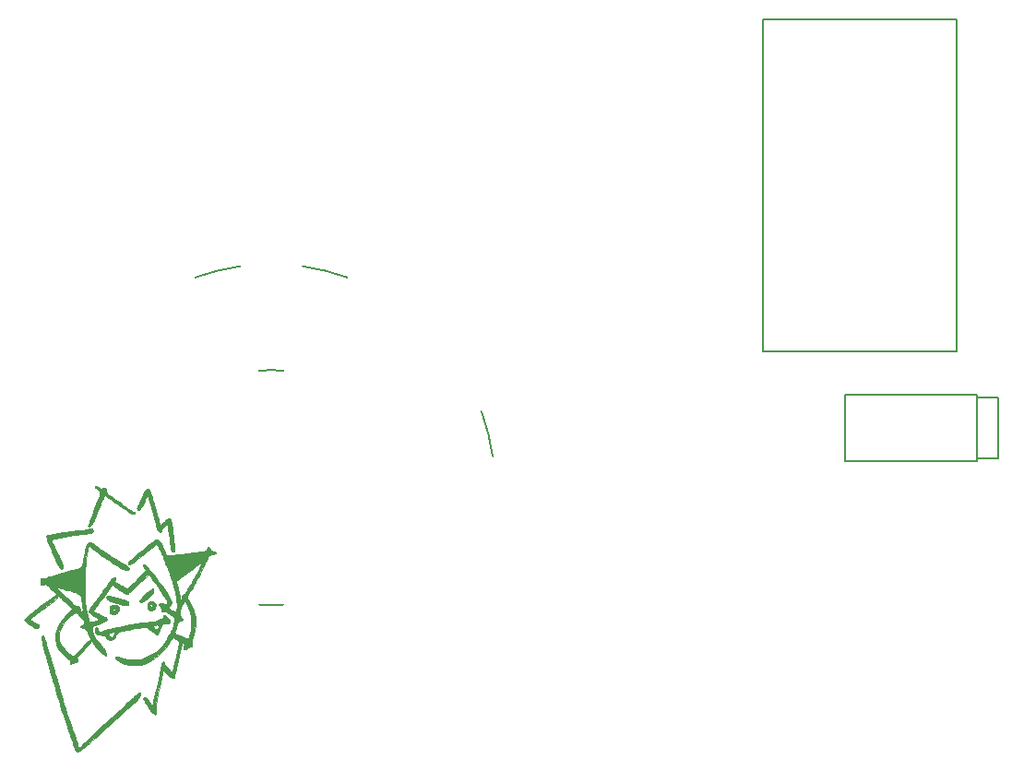
<source format=gto>
%TF.GenerationSoftware,KiCad,Pcbnew,(6.0.4)*%
%TF.CreationDate,2022-08-14T15:03:19+10:00*%
%TF.ProjectId,budgie,62756467-6965-42e6-9b69-6361645f7063,2*%
%TF.SameCoordinates,Original*%
%TF.FileFunction,Legend,Top*%
%TF.FilePolarity,Positive*%
%FSLAX46Y46*%
G04 Gerber Fmt 4.6, Leading zero omitted, Abs format (unit mm)*
G04 Created by KiCad (PCBNEW (6.0.4)) date 2022-08-14 15:03:19*
%MOMM*%
%LPD*%
G01*
G04 APERTURE LIST*
%ADD10C,0.150000*%
%ADD11C,0.200000*%
%ADD12C,0.010000*%
G04 APERTURE END LIST*
D10*
%TO.C,*%
D11*
%TO.C,REF\u002A\u002A*%
X113500000Y-77955000D02*
G75*
G03*
X112371615Y-78014136I-6J-10794921D01*
G01*
X120508047Y-69463866D02*
G75*
G03*
X116357500Y-68430000I-7008047J-19286134D01*
G01*
X112371615Y-99485864D02*
G75*
G03*
X113500000Y-99545000I1128379J10735785D01*
G01*
X133820000Y-85892500D02*
G75*
G03*
X132786135Y-81741955I-20320019J-2857506D01*
G01*
X114628385Y-78014137D02*
G75*
G03*
X113500000Y-77955000I-1128385J-10735763D01*
G01*
X113500000Y-99545001D02*
G75*
G03*
X114628385Y-99485864I0J10794901D01*
G01*
X110642500Y-68430000D02*
G75*
G03*
X106491952Y-69463866I2857496J-20319983D01*
G01*
%TO.C,Ref\u002A\u002A*%
G36*
X92546965Y-102316234D02*
G01*
X92589942Y-102373646D01*
X92612550Y-102424207D01*
X92645795Y-102512399D01*
X92688714Y-102635143D01*
X92740343Y-102789357D01*
X92799718Y-102971961D01*
X92865874Y-103179874D01*
X92937848Y-103410015D01*
X93014676Y-103659304D01*
X93095393Y-103924660D01*
X93179037Y-104203002D01*
X93264642Y-104491250D01*
X93351245Y-104786323D01*
X93431754Y-105063882D01*
X93497749Y-105291171D01*
X93563057Y-105513125D01*
X93626280Y-105725184D01*
X93686019Y-105922787D01*
X93740876Y-106101373D01*
X93789455Y-106256382D01*
X93830356Y-106383253D01*
X93862181Y-106477426D01*
X93879462Y-106524382D01*
X93952918Y-106736242D01*
X94021278Y-106987882D01*
X94058816Y-107152917D01*
X94086458Y-107280885D01*
X94112798Y-107400328D01*
X94135916Y-107502718D01*
X94153890Y-107579528D01*
X94163757Y-107618583D01*
X94256464Y-107944466D01*
X94357067Y-108282612D01*
X94466915Y-108637197D01*
X94587356Y-109012395D01*
X94719740Y-109412382D01*
X94865415Y-109841333D01*
X95025731Y-110303424D01*
X95093827Y-110497250D01*
X95212229Y-110834806D01*
X95320336Y-111146357D01*
X95417582Y-111430188D01*
X95503401Y-111684589D01*
X95577225Y-111907843D01*
X95638488Y-112098240D01*
X95686622Y-112254065D01*
X95721063Y-112373605D01*
X95740834Y-112453199D01*
X95759362Y-112525442D01*
X95779595Y-112580534D01*
X95795783Y-112605111D01*
X95828621Y-112610295D01*
X95875821Y-112591350D01*
X95940576Y-112546077D01*
X96026080Y-112472274D01*
X96124621Y-112378454D01*
X96173697Y-112330773D01*
X96249979Y-112257216D01*
X96350006Y-112161087D01*
X96470316Y-112045694D01*
X96607449Y-111914342D01*
X96757942Y-111770336D01*
X96918336Y-111616984D01*
X97085169Y-111457590D01*
X97254978Y-111295460D01*
X97424304Y-111133902D01*
X97589685Y-110976219D01*
X97747660Y-110825719D01*
X97894767Y-110685707D01*
X98027545Y-110559490D01*
X98142534Y-110450372D01*
X98228004Y-110369470D01*
X98299020Y-110303020D01*
X98397859Y-110211507D01*
X98520911Y-110098221D01*
X98664565Y-109966453D01*
X98825210Y-109819493D01*
X98999236Y-109660634D01*
X99183032Y-109493164D01*
X99372987Y-109320376D01*
X99565490Y-109145560D01*
X99756931Y-108972007D01*
X99943699Y-108803008D01*
X100122183Y-108641854D01*
X100241133Y-108534690D01*
X100370466Y-108417626D01*
X100505490Y-108294237D01*
X100637998Y-108172107D01*
X100759782Y-108058818D01*
X100862636Y-107961951D01*
X100907883Y-107918692D01*
X101053095Y-107782934D01*
X101174357Y-107679099D01*
X101273893Y-107605836D01*
X101353927Y-107561796D01*
X101416682Y-107545629D01*
X101464383Y-107555984D01*
X101482506Y-107569900D01*
X101505774Y-107622938D01*
X101496565Y-107702878D01*
X101454932Y-107809532D01*
X101380931Y-107942715D01*
X101365913Y-107966753D01*
X101305108Y-108059294D01*
X101244366Y-108142973D01*
X101178512Y-108223262D01*
X101102370Y-108305636D01*
X101010764Y-108395566D01*
X100898520Y-108498524D01*
X100760462Y-108619984D01*
X100692989Y-108678300D01*
X100564840Y-108789215D01*
X100434153Y-108903345D01*
X100308455Y-109014043D01*
X100195274Y-109114662D01*
X100102136Y-109198554D01*
X100057989Y-109239038D01*
X99983672Y-109307571D01*
X99884838Y-109398178D01*
X99768391Y-109504559D01*
X99641234Y-109620415D01*
X99510269Y-109739449D01*
X99401823Y-109837778D01*
X99258230Y-109968193D01*
X99099198Y-110113279D01*
X98935063Y-110263564D01*
X98776161Y-110409576D01*
X98632827Y-110541841D01*
X98565739Y-110604028D01*
X98445418Y-110715271D01*
X98323191Y-110827347D01*
X98206310Y-110933677D01*
X98102022Y-111027678D01*
X98017578Y-111102772D01*
X97983656Y-111132389D01*
X97921605Y-111186804D01*
X97833675Y-111265033D01*
X97725193Y-111362283D01*
X97601482Y-111473759D01*
X97467868Y-111594666D01*
X97329675Y-111720211D01*
X97241269Y-111800796D01*
X97015362Y-112006441D01*
X96817631Y-112185084D01*
X96645522Y-112338837D01*
X96496480Y-112469815D01*
X96367950Y-112580130D01*
X96257379Y-112671896D01*
X96162211Y-112747226D01*
X96079893Y-112808233D01*
X96007868Y-112857031D01*
X95943584Y-112895732D01*
X95884485Y-112926451D01*
X95875342Y-112930765D01*
X95774404Y-112969761D01*
X95693634Y-112980828D01*
X95622399Y-112965075D01*
X95608110Y-112958683D01*
X95577057Y-112929806D01*
X95540897Y-112868845D01*
X95497560Y-112772043D01*
X95477574Y-112721991D01*
X95436002Y-112612184D01*
X95383881Y-112469645D01*
X95323835Y-112301873D01*
X95258490Y-112116366D01*
X95190468Y-111920623D01*
X95122395Y-111722145D01*
X95056893Y-111528429D01*
X94999063Y-111354500D01*
X94954133Y-111220230D01*
X94904198Y-111074609D01*
X94855014Y-110934222D01*
X94812335Y-110815654D01*
X94808104Y-110804167D01*
X94747117Y-110634479D01*
X94675786Y-110427971D01*
X94595330Y-110188546D01*
X94506972Y-109920105D01*
X94411930Y-109626551D01*
X94311427Y-109311787D01*
X94206681Y-108979715D01*
X94098915Y-108634238D01*
X93989349Y-108279258D01*
X93879203Y-107918679D01*
X93769698Y-107556401D01*
X93662054Y-107196329D01*
X93557493Y-106842364D01*
X93457234Y-106498410D01*
X93408561Y-106329528D01*
X93341141Y-106095095D01*
X93274935Y-105865751D01*
X93211239Y-105645931D01*
X93151348Y-105440068D01*
X93096560Y-105252599D01*
X93048169Y-105087956D01*
X93007473Y-104950576D01*
X92975766Y-104844892D01*
X92954347Y-104775340D01*
X92953851Y-104773778D01*
X92925035Y-104678637D01*
X92888767Y-104551974D01*
X92846726Y-104400254D01*
X92800591Y-104229941D01*
X92752042Y-104047500D01*
X92702755Y-103859394D01*
X92654411Y-103672089D01*
X92608689Y-103492047D01*
X92567266Y-103325735D01*
X92531822Y-103179616D01*
X92504035Y-103060154D01*
X92485585Y-102973814D01*
X92483316Y-102961917D01*
X92460950Y-102822358D01*
X92445120Y-102684563D01*
X92436499Y-102558393D01*
X92435758Y-102453712D01*
X92443567Y-102380382D01*
X92443692Y-102379833D01*
X92469032Y-102318783D01*
X92504925Y-102297521D01*
X92546965Y-102316234D01*
G37*
D12*
X92546965Y-102316234D02*
X92589942Y-102373646D01*
X92612550Y-102424207D01*
X92645795Y-102512399D01*
X92688714Y-102635143D01*
X92740343Y-102789357D01*
X92799718Y-102971961D01*
X92865874Y-103179874D01*
X92937848Y-103410015D01*
X93014676Y-103659304D01*
X93095393Y-103924660D01*
X93179037Y-104203002D01*
X93264642Y-104491250D01*
X93351245Y-104786323D01*
X93431754Y-105063882D01*
X93497749Y-105291171D01*
X93563057Y-105513125D01*
X93626280Y-105725184D01*
X93686019Y-105922787D01*
X93740876Y-106101373D01*
X93789455Y-106256382D01*
X93830356Y-106383253D01*
X93862181Y-106477426D01*
X93879462Y-106524382D01*
X93952918Y-106736242D01*
X94021278Y-106987882D01*
X94058816Y-107152917D01*
X94086458Y-107280885D01*
X94112798Y-107400328D01*
X94135916Y-107502718D01*
X94153890Y-107579528D01*
X94163757Y-107618583D01*
X94256464Y-107944466D01*
X94357067Y-108282612D01*
X94466915Y-108637197D01*
X94587356Y-109012395D01*
X94719740Y-109412382D01*
X94865415Y-109841333D01*
X95025731Y-110303424D01*
X95093827Y-110497250D01*
X95212229Y-110834806D01*
X95320336Y-111146357D01*
X95417582Y-111430188D01*
X95503401Y-111684589D01*
X95577225Y-111907843D01*
X95638488Y-112098240D01*
X95686622Y-112254065D01*
X95721063Y-112373605D01*
X95740834Y-112453199D01*
X95759362Y-112525442D01*
X95779595Y-112580534D01*
X95795783Y-112605111D01*
X95828621Y-112610295D01*
X95875821Y-112591350D01*
X95940576Y-112546077D01*
X96026080Y-112472274D01*
X96124621Y-112378454D01*
X96173697Y-112330773D01*
X96249979Y-112257216D01*
X96350006Y-112161087D01*
X96470316Y-112045694D01*
X96607449Y-111914342D01*
X96757942Y-111770336D01*
X96918336Y-111616984D01*
X97085169Y-111457590D01*
X97254978Y-111295460D01*
X97424304Y-111133902D01*
X97589685Y-110976219D01*
X97747660Y-110825719D01*
X97894767Y-110685707D01*
X98027545Y-110559490D01*
X98142534Y-110450372D01*
X98228004Y-110369470D01*
X98299020Y-110303020D01*
X98397859Y-110211507D01*
X98520911Y-110098221D01*
X98664565Y-109966453D01*
X98825210Y-109819493D01*
X98999236Y-109660634D01*
X99183032Y-109493164D01*
X99372987Y-109320376D01*
X99565490Y-109145560D01*
X99756931Y-108972007D01*
X99943699Y-108803008D01*
X100122183Y-108641854D01*
X100241133Y-108534690D01*
X100370466Y-108417626D01*
X100505490Y-108294237D01*
X100637998Y-108172107D01*
X100759782Y-108058818D01*
X100862636Y-107961951D01*
X100907883Y-107918692D01*
X101053095Y-107782934D01*
X101174357Y-107679099D01*
X101273893Y-107605836D01*
X101353927Y-107561796D01*
X101416682Y-107545629D01*
X101464383Y-107555984D01*
X101482506Y-107569900D01*
X101505774Y-107622938D01*
X101496565Y-107702878D01*
X101454932Y-107809532D01*
X101380931Y-107942715D01*
X101365913Y-107966753D01*
X101305108Y-108059294D01*
X101244366Y-108142973D01*
X101178512Y-108223262D01*
X101102370Y-108305636D01*
X101010764Y-108395566D01*
X100898520Y-108498524D01*
X100760462Y-108619984D01*
X100692989Y-108678300D01*
X100564840Y-108789215D01*
X100434153Y-108903345D01*
X100308455Y-109014043D01*
X100195274Y-109114662D01*
X100102136Y-109198554D01*
X100057989Y-109239038D01*
X99983672Y-109307571D01*
X99884838Y-109398178D01*
X99768391Y-109504559D01*
X99641234Y-109620415D01*
X99510269Y-109739449D01*
X99401823Y-109837778D01*
X99258230Y-109968193D01*
X99099198Y-110113279D01*
X98935063Y-110263564D01*
X98776161Y-110409576D01*
X98632827Y-110541841D01*
X98565739Y-110604028D01*
X98445418Y-110715271D01*
X98323191Y-110827347D01*
X98206310Y-110933677D01*
X98102022Y-111027678D01*
X98017578Y-111102772D01*
X97983656Y-111132389D01*
X97921605Y-111186804D01*
X97833675Y-111265033D01*
X97725193Y-111362283D01*
X97601482Y-111473759D01*
X97467868Y-111594666D01*
X97329675Y-111720211D01*
X97241269Y-111800796D01*
X97015362Y-112006441D01*
X96817631Y-112185084D01*
X96645522Y-112338837D01*
X96496480Y-112469815D01*
X96367950Y-112580130D01*
X96257379Y-112671896D01*
X96162211Y-112747226D01*
X96079893Y-112808233D01*
X96007868Y-112857031D01*
X95943584Y-112895732D01*
X95884485Y-112926451D01*
X95875342Y-112930765D01*
X95774404Y-112969761D01*
X95693634Y-112980828D01*
X95622399Y-112965075D01*
X95608110Y-112958683D01*
X95577057Y-112929806D01*
X95540897Y-112868845D01*
X95497560Y-112772043D01*
X95477574Y-112721991D01*
X95436002Y-112612184D01*
X95383881Y-112469645D01*
X95323835Y-112301873D01*
X95258490Y-112116366D01*
X95190468Y-111920623D01*
X95122395Y-111722145D01*
X95056893Y-111528429D01*
X94999063Y-111354500D01*
X94954133Y-111220230D01*
X94904198Y-111074609D01*
X94855014Y-110934222D01*
X94812335Y-110815654D01*
X94808104Y-110804167D01*
X94747117Y-110634479D01*
X94675786Y-110427971D01*
X94595330Y-110188546D01*
X94506972Y-109920105D01*
X94411930Y-109626551D01*
X94311427Y-109311787D01*
X94206681Y-108979715D01*
X94098915Y-108634238D01*
X93989349Y-108279258D01*
X93879203Y-107918679D01*
X93769698Y-107556401D01*
X93662054Y-107196329D01*
X93557493Y-106842364D01*
X93457234Y-106498410D01*
X93408561Y-106329528D01*
X93341141Y-106095095D01*
X93274935Y-105865751D01*
X93211239Y-105645931D01*
X93151348Y-105440068D01*
X93096560Y-105252599D01*
X93048169Y-105087956D01*
X93007473Y-104950576D01*
X92975766Y-104844892D01*
X92954347Y-104775340D01*
X92953851Y-104773778D01*
X92925035Y-104678637D01*
X92888767Y-104551974D01*
X92846726Y-104400254D01*
X92800591Y-104229941D01*
X92752042Y-104047500D01*
X92702755Y-103859394D01*
X92654411Y-103672089D01*
X92608689Y-103492047D01*
X92567266Y-103325735D01*
X92531822Y-103179616D01*
X92504035Y-103060154D01*
X92485585Y-102973814D01*
X92483316Y-102961917D01*
X92460950Y-102822358D01*
X92445120Y-102684563D01*
X92436499Y-102558393D01*
X92435758Y-102453712D01*
X92443567Y-102380382D01*
X92443692Y-102379833D01*
X92469032Y-102318783D01*
X92504925Y-102297521D01*
X92546965Y-102316234D01*
G36*
X104408935Y-101688164D02*
G01*
X104494704Y-101461651D01*
X104559811Y-101252028D01*
X104602031Y-101064128D01*
X104619141Y-100902787D01*
X104619406Y-100882776D01*
X104617741Y-100808453D01*
X104609872Y-100747630D01*
X104591486Y-100695065D01*
X104558271Y-100645518D01*
X104505913Y-100593749D01*
X104430099Y-100534518D01*
X104326518Y-100462584D01*
X104209976Y-100385272D01*
X104061457Y-100288427D01*
X103942272Y-100213288D01*
X103846982Y-100157416D01*
X103770145Y-100118373D01*
X103706324Y-100093721D01*
X103650077Y-100081022D01*
X103595965Y-100077838D01*
X103538549Y-100081731D01*
X103533877Y-100082249D01*
X103407126Y-100096589D01*
X103421698Y-99967792D01*
X103436270Y-99838994D01*
X103320019Y-99717117D01*
X103261457Y-99651586D01*
X103213345Y-99590218D01*
X103184835Y-99544829D01*
X103182724Y-99539892D01*
X103170690Y-99463222D01*
X103196285Y-99401882D01*
X103256801Y-99358347D01*
X103349535Y-99335091D01*
X103410231Y-99331833D01*
X103488256Y-99338125D01*
X103546640Y-99361710D01*
X103583275Y-99388869D01*
X103663803Y-99434325D01*
X103753895Y-99441053D01*
X103857706Y-99409293D01*
X103866251Y-99405322D01*
X103937711Y-99361377D01*
X103969601Y-99312996D01*
X103964657Y-99254173D01*
X103950227Y-99220899D01*
X103893734Y-99117648D01*
X103816464Y-98986308D01*
X103721491Y-98831443D01*
X103611888Y-98657618D01*
X103490729Y-98469396D01*
X103361090Y-98271344D01*
X103226043Y-98068025D01*
X103088664Y-97864003D01*
X102952026Y-97663844D01*
X102819203Y-97472111D01*
X102693270Y-97293370D01*
X102577301Y-97132184D01*
X102474370Y-96993118D01*
X102387551Y-96880737D01*
X102319919Y-96799605D01*
X102318215Y-96797698D01*
X102238156Y-96708313D01*
X101317406Y-97586036D01*
X101150338Y-97744737D01*
X100990658Y-97895343D01*
X100841275Y-98035182D01*
X100705099Y-98161578D01*
X100585040Y-98271859D01*
X100484008Y-98363352D01*
X100404912Y-98433381D01*
X100350662Y-98479275D01*
X100324819Y-98498067D01*
X100256912Y-98517576D01*
X100182666Y-98510950D01*
X100095648Y-98476289D01*
X99989423Y-98411693D01*
X99957653Y-98389609D01*
X99902915Y-98351453D01*
X99819608Y-98294245D01*
X99714338Y-98222479D01*
X99593715Y-98140654D01*
X99464347Y-98053265D01*
X99370073Y-97989812D01*
X98914989Y-97683995D01*
X98802149Y-97793539D01*
X98735869Y-97865651D01*
X98674603Y-97945388D01*
X98635301Y-98008917D01*
X98587537Y-98093533D01*
X98520302Y-98200732D01*
X98440711Y-98320154D01*
X98355878Y-98441438D01*
X98272917Y-98554222D01*
X98198944Y-98648146D01*
X98184724Y-98665083D01*
X98128013Y-98735145D01*
X98079146Y-98801762D01*
X98047807Y-98851650D01*
X98045828Y-98855583D01*
X98022340Y-98891934D01*
X97976083Y-98953620D01*
X97912197Y-99034143D01*
X97835821Y-99127008D01*
X97763294Y-99212692D01*
X97678737Y-99313202D01*
X97600945Y-99409267D01*
X97535471Y-99493755D01*
X97487863Y-99559536D01*
X97465936Y-99594737D01*
X97430639Y-99653889D01*
X97378194Y-99730752D01*
X97318718Y-99810647D01*
X97306063Y-99826712D01*
X97238171Y-99914924D01*
X97196337Y-99978901D01*
X97177955Y-100025559D01*
X97180415Y-100061815D01*
X97201111Y-100094583D01*
X97203873Y-100097702D01*
X97252388Y-100135885D01*
X97340634Y-100187121D01*
X97468148Y-100251175D01*
X97634467Y-100327817D01*
X97839128Y-100416812D01*
X97846073Y-100419763D01*
X98039547Y-100507053D01*
X98191935Y-100587159D01*
X98303074Y-100659981D01*
X98372801Y-100725418D01*
X98392422Y-100756038D01*
X98408575Y-100801680D01*
X98402513Y-100841922D01*
X98381589Y-100883038D01*
X98331800Y-100937880D01*
X98242516Y-100999451D01*
X98115879Y-101066809D01*
X97954026Y-101139010D01*
X97759098Y-101215113D01*
X97533232Y-101294174D01*
X97278569Y-101375251D01*
X97234125Y-101388698D01*
X97142516Y-101434558D01*
X97080876Y-101508465D01*
X97049027Y-101611040D01*
X97046791Y-101742907D01*
X97073990Y-101904686D01*
X97079871Y-101928706D01*
X97159298Y-102166357D01*
X97278200Y-102409922D01*
X97434728Y-102656125D01*
X97627030Y-102901694D01*
X97634468Y-102910333D01*
X97713328Y-103004617D01*
X97796241Y-103108613D01*
X97870287Y-103205931D01*
X97900440Y-103247667D01*
X97960696Y-103329341D01*
X98022631Y-103406852D01*
X98075336Y-103466715D01*
X98087896Y-103479389D01*
X98132652Y-103537144D01*
X98182466Y-103624509D01*
X98232421Y-103729953D01*
X98277596Y-103841946D01*
X98313074Y-103948958D01*
X98333934Y-104039457D01*
X98336683Y-104062583D01*
X98338338Y-104117346D01*
X98327006Y-104143105D01*
X98295979Y-104152723D01*
X98289228Y-104153567D01*
X98231618Y-104142800D01*
X98150322Y-104101602D01*
X98048543Y-104032239D01*
X97929483Y-103936975D01*
X97796346Y-103818077D01*
X97742412Y-103766864D01*
X97571066Y-103594370D01*
X97430651Y-103436182D01*
X97315549Y-103285238D01*
X97220144Y-103134481D01*
X97178909Y-103058586D01*
X97122472Y-102953746D01*
X97076801Y-102886576D01*
X97035255Y-102856157D01*
X96991193Y-102861569D01*
X96937974Y-102901894D01*
X96868957Y-102976213D01*
X96838639Y-103011495D01*
X96793813Y-103063108D01*
X96725247Y-103140751D01*
X96637674Y-103239127D01*
X96535826Y-103352940D01*
X96424436Y-103476891D01*
X96308236Y-103605685D01*
X96271619Y-103646160D01*
X96156987Y-103773749D01*
X96047879Y-103896988D01*
X95948605Y-104010873D01*
X95863478Y-104110397D01*
X95796807Y-104190552D01*
X95752903Y-104246334D01*
X95743501Y-104259485D01*
X95662347Y-104379066D01*
X95677138Y-104546158D01*
X95683385Y-104639897D01*
X95678948Y-104699451D01*
X95659172Y-104732537D01*
X95619404Y-104746872D01*
X95554991Y-104750172D01*
X95554101Y-104750176D01*
X95439616Y-104768378D01*
X95325097Y-104823603D01*
X95227455Y-104898236D01*
X95154870Y-104955221D01*
X95102062Y-104978779D01*
X95067092Y-104967308D01*
X95048026Y-104919204D01*
X95042927Y-104832863D01*
X95046652Y-104748508D01*
X95057860Y-104584980D01*
X94975591Y-104542794D01*
X94905599Y-104498567D01*
X94813627Y-104428126D01*
X94705589Y-104337101D01*
X94587400Y-104231120D01*
X94464975Y-104115813D01*
X94344229Y-103996809D01*
X94231076Y-103879736D01*
X94131432Y-103770225D01*
X94051211Y-103673905D01*
X94022718Y-103635938D01*
X93943129Y-103510350D01*
X93864367Y-103360773D01*
X93794620Y-103204437D01*
X93742075Y-103058575D01*
X93732260Y-103024564D01*
X93685515Y-102779218D01*
X93671166Y-102516988D01*
X93678062Y-102410053D01*
X93982131Y-102410053D01*
X94002641Y-102612207D01*
X94056785Y-102814047D01*
X94145642Y-103017525D01*
X94270291Y-103224593D01*
X94431811Y-103437201D01*
X94631282Y-103657301D01*
X94869784Y-103886845D01*
X94976842Y-103982169D01*
X95086577Y-104076609D01*
X95170939Y-104144779D01*
X95235463Y-104189338D01*
X95285688Y-104212943D01*
X95327147Y-104218253D01*
X95365377Y-104207924D01*
X95402811Y-104186662D01*
X95431676Y-104161299D01*
X95483773Y-104109079D01*
X95554410Y-104034964D01*
X95638899Y-103943916D01*
X95732550Y-103840900D01*
X95787809Y-103779203D01*
X95995872Y-103548043D01*
X96179638Y-103349068D01*
X96340526Y-103180837D01*
X96479952Y-103041906D01*
X96599336Y-102930833D01*
X96700095Y-102846176D01*
X96720522Y-102830487D01*
X96790597Y-102775301D01*
X96847214Y-102726186D01*
X96881868Y-102690726D01*
X96888081Y-102681113D01*
X96892338Y-102640345D01*
X96880637Y-102577798D01*
X96851850Y-102490381D01*
X96804849Y-102375005D01*
X96738505Y-102228582D01*
X96672395Y-102090401D01*
X96606284Y-101955459D01*
X96553471Y-101853407D01*
X96508747Y-101779063D01*
X96466904Y-101727243D01*
X96422732Y-101692765D01*
X96371022Y-101670445D01*
X96306565Y-101655100D01*
X96224152Y-101641548D01*
X96220740Y-101641021D01*
X96111889Y-101620324D01*
X96038527Y-101595770D01*
X95993816Y-101563966D01*
X95970913Y-101521520D01*
X95969528Y-101516439D01*
X95974807Y-101457691D01*
X96021498Y-101404915D01*
X96109022Y-101358710D01*
X96128873Y-101351207D01*
X96225281Y-101303013D01*
X96296987Y-101239937D01*
X96337118Y-101169087D01*
X96343239Y-101129615D01*
X96332966Y-101059727D01*
X96299588Y-100985468D01*
X96239262Y-100900377D01*
X96148148Y-100797992D01*
X96142744Y-100792333D01*
X96078471Y-100721732D01*
X96022289Y-100653800D01*
X95983625Y-100600143D01*
X95976230Y-100587377D01*
X95950393Y-100553556D01*
X95901753Y-100502642D01*
X95838013Y-100441479D01*
X95766872Y-100376907D01*
X95696033Y-100315771D01*
X95633196Y-100264913D01*
X95586063Y-100231176D01*
X95563967Y-100221072D01*
X95532781Y-100232920D01*
X95475149Y-100264604D01*
X95398883Y-100311096D01*
X95311800Y-100367365D01*
X95221712Y-100428383D01*
X95136435Y-100489120D01*
X95074061Y-100536381D01*
X94891544Y-100693824D01*
X94707307Y-100877696D01*
X94531420Y-101076640D01*
X94373952Y-101279300D01*
X94250200Y-101465573D01*
X94158577Y-101643800D01*
X94080394Y-101846303D01*
X94021671Y-102055679D01*
X93994174Y-102205633D01*
X93982131Y-102410053D01*
X93678062Y-102410053D01*
X93688550Y-102247429D01*
X93737002Y-101980098D01*
X93815858Y-101724549D01*
X93824090Y-101703301D01*
X93921091Y-101480454D01*
X94034566Y-101265015D01*
X94168135Y-101051865D01*
X94325416Y-100835886D01*
X94510031Y-100611957D01*
X94725598Y-100374961D01*
X94866091Y-100229644D01*
X95222420Y-99868037D01*
X95004955Y-99656205D01*
X94934374Y-99588043D01*
X94844441Y-99502090D01*
X94740305Y-99403183D01*
X94627113Y-99296155D01*
X94510013Y-99185843D01*
X94394153Y-99077081D01*
X94284681Y-98974703D01*
X94186745Y-98883546D01*
X94105492Y-98808443D01*
X94046072Y-98754230D01*
X94019806Y-98730941D01*
X93973338Y-98690965D01*
X93645970Y-99009524D01*
X93295631Y-99327865D01*
X92918654Y-99626083D01*
X92507630Y-99910036D01*
X92505147Y-99911643D01*
X92427857Y-99964781D01*
X92327094Y-100038735D01*
X92208735Y-100128765D01*
X92078657Y-100230132D01*
X91942736Y-100338096D01*
X91806850Y-100447918D01*
X91676876Y-100554857D01*
X91558690Y-100654174D01*
X91458170Y-100741130D01*
X91381193Y-100810984D01*
X91342266Y-100849491D01*
X91283710Y-100911793D01*
X91469266Y-100981576D01*
X91622208Y-101043611D01*
X91769416Y-101111676D01*
X91902841Y-101181477D01*
X92014436Y-101248718D01*
X92096155Y-101309102D01*
X92114338Y-101325932D01*
X92174879Y-101403934D01*
X92194147Y-101477511D01*
X92172498Y-101549910D01*
X92143461Y-101590195D01*
X92088615Y-101633345D01*
X92017806Y-101651574D01*
X91928698Y-101644131D01*
X91818951Y-101610263D01*
X91686229Y-101549219D01*
X91528193Y-101460247D01*
X91342507Y-101342595D01*
X91313453Y-101323313D01*
X91160236Y-101216729D01*
X91035099Y-101120518D01*
X90939529Y-101036324D01*
X90875019Y-100965793D01*
X90843057Y-100910570D01*
X90845133Y-100872301D01*
X90882739Y-100852629D01*
X90886586Y-100852014D01*
X90925467Y-100831428D01*
X90973790Y-100785716D01*
X91002688Y-100750000D01*
X91155390Y-100560993D01*
X91327359Y-100389626D01*
X91464089Y-100274579D01*
X91546675Y-100209079D01*
X91651945Y-100125498D01*
X91769463Y-100032127D01*
X91888795Y-99937254D01*
X91961739Y-99879226D01*
X92124148Y-99751152D01*
X92264147Y-99643714D01*
X92391421Y-99549942D01*
X92515653Y-99462865D01*
X92646527Y-99375513D01*
X92787239Y-99285031D01*
X92898531Y-99210671D01*
X93023841Y-99121057D01*
X93145542Y-99029052D01*
X93221650Y-98968040D01*
X93322385Y-98886852D01*
X93431952Y-98802366D01*
X93535893Y-98725546D01*
X93607226Y-98675667D01*
X93680798Y-98625169D01*
X93739035Y-98583092D01*
X93774327Y-98555054D01*
X93781357Y-98547096D01*
X93767030Y-98527414D01*
X93726401Y-98483209D01*
X93664045Y-98418919D01*
X93584538Y-98338980D01*
X93492456Y-98247831D01*
X93392374Y-98149906D01*
X93288870Y-98049644D01*
X93186517Y-97951482D01*
X93140274Y-97907630D01*
X93737309Y-97907630D01*
X93738472Y-97929712D01*
X93767890Y-97971490D01*
X93826671Y-98034051D01*
X93915916Y-98118482D01*
X94036732Y-98225871D01*
X94190223Y-98357307D01*
X94215989Y-98379043D01*
X94314700Y-98464749D01*
X94434931Y-98573248D01*
X94568640Y-98697031D01*
X94707782Y-98828593D01*
X94844313Y-98960427D01*
X94938228Y-99053040D01*
X95088303Y-99201405D01*
X95213043Y-99321603D01*
X95316016Y-99416394D01*
X95400791Y-99488541D01*
X95470939Y-99540806D01*
X95530027Y-99575950D01*
X95581625Y-99596734D01*
X95629301Y-99605921D01*
X95654175Y-99607033D01*
X95767149Y-99622813D01*
X95851835Y-99670074D01*
X95908257Y-99748839D01*
X95936437Y-99859134D01*
X95939878Y-99916354D01*
X95953588Y-99996001D01*
X95987488Y-100059566D01*
X96034263Y-100101461D01*
X96086598Y-100116103D01*
X96137180Y-100097907D01*
X96154958Y-100080576D01*
X96172600Y-100044352D01*
X96180525Y-99986503D01*
X96178648Y-99902037D01*
X96166885Y-99785964D01*
X96147621Y-99649333D01*
X96131690Y-99534888D01*
X96114893Y-99397261D01*
X96099452Y-99255494D01*
X96089571Y-99151917D01*
X96077823Y-99036542D01*
X96063606Y-98925586D01*
X96048711Y-98831635D01*
X96034925Y-98767277D01*
X96034872Y-98767087D01*
X96015328Y-98708679D01*
X95989140Y-98655719D01*
X95953372Y-98606884D01*
X95905089Y-98560852D01*
X95841358Y-98516297D01*
X95759244Y-98471898D01*
X95655811Y-98426331D01*
X95528126Y-98378271D01*
X95373254Y-98326397D01*
X95188260Y-98269384D01*
X94970209Y-98205909D01*
X94716168Y-98134649D01*
X94501739Y-98075705D01*
X94302348Y-98021614D01*
X94139957Y-97978547D01*
X94010916Y-97945702D01*
X93911578Y-97922277D01*
X93838294Y-97907470D01*
X93787416Y-97900478D01*
X93755296Y-97900500D01*
X93738284Y-97906732D01*
X93737309Y-97907630D01*
X93140274Y-97907630D01*
X93089893Y-97859855D01*
X93003573Y-97779202D01*
X92932133Y-97713959D01*
X92880148Y-97668563D01*
X92855748Y-97649586D01*
X92765508Y-97590167D01*
X92612332Y-97635567D01*
X92483808Y-97668692D01*
X92389759Y-97680506D01*
X92327545Y-97670057D01*
X92294525Y-97636394D01*
X92288059Y-97578565D01*
X92298127Y-97522364D01*
X92311896Y-97452608D01*
X92325177Y-97360289D01*
X92335146Y-97265112D01*
X92335318Y-97263000D01*
X92344054Y-97179323D01*
X92354989Y-97108933D01*
X92365971Y-97065263D01*
X92367560Y-97061708D01*
X92404227Y-97030834D01*
X92459866Y-97028897D01*
X92522915Y-97055513D01*
X92539537Y-97067410D01*
X92580460Y-97093430D01*
X92622609Y-97099912D01*
X92685153Y-97089697D01*
X92687060Y-97089271D01*
X92751449Y-97070724D01*
X92837785Y-97040470D01*
X92929511Y-97004391D01*
X92947930Y-96996616D01*
X93104030Y-96934423D01*
X93296971Y-96865301D01*
X93522083Y-96790648D01*
X93774698Y-96711857D01*
X94050151Y-96630325D01*
X94343772Y-96547447D01*
X94650894Y-96464619D01*
X94966849Y-96383236D01*
X95157906Y-96335879D01*
X95356412Y-96287263D01*
X95518056Y-96247213D01*
X95647151Y-96214461D01*
X95748011Y-96187743D01*
X95824950Y-96165791D01*
X95882282Y-96147340D01*
X95924319Y-96131123D01*
X95955376Y-96115875D01*
X95979766Y-96100329D01*
X95992111Y-96091029D01*
X96025620Y-96061707D01*
X96055187Y-96027500D01*
X96082032Y-95984365D01*
X96107376Y-95928256D01*
X96132439Y-95855130D01*
X96158441Y-95760940D01*
X96186603Y-95641642D01*
X96218145Y-95493192D01*
X96254288Y-95311545D01*
X96296252Y-95092656D01*
X96301159Y-95066750D01*
X96349805Y-94813841D01*
X96393027Y-94599132D01*
X96431859Y-94418983D01*
X96467336Y-94269756D01*
X96500494Y-94147812D01*
X96532368Y-94049513D01*
X96563993Y-93971220D01*
X96596403Y-93909294D01*
X96630634Y-93860097D01*
X96651091Y-93836638D01*
X96710838Y-93788845D01*
X96778959Y-93766418D01*
X96858891Y-93770412D01*
X96954069Y-93801880D01*
X97067931Y-93861876D01*
X97203912Y-93951453D01*
X97330974Y-94045155D01*
X97430863Y-94121378D01*
X97538226Y-94203255D01*
X97637564Y-94278969D01*
X97690681Y-94319427D01*
X97773764Y-94378358D01*
X97857873Y-94430872D01*
X97928717Y-94468258D01*
X97948061Y-94476278D01*
X98023772Y-94512030D01*
X98105197Y-94562208D01*
X98142406Y-94589890D01*
X98279478Y-94695460D01*
X98449012Y-94816740D01*
X98645683Y-94950362D01*
X98864164Y-95092956D01*
X99099128Y-95241152D01*
X99345250Y-95391579D01*
X99597202Y-95540868D01*
X99849659Y-95685649D01*
X100050308Y-95797000D01*
X100196155Y-95884732D01*
X100311411Y-95970701D01*
X100395147Y-96052519D01*
X100446437Y-96127800D01*
X100464352Y-96194158D01*
X100447964Y-96249207D01*
X100396347Y-96290560D01*
X100308571Y-96315831D01*
X100254224Y-96321494D01*
X100196497Y-96323724D01*
X100148110Y-96320561D01*
X100099132Y-96309067D01*
X100039634Y-96286304D01*
X99959686Y-96249335D01*
X99882128Y-96211403D01*
X99717199Y-96125856D01*
X99527210Y-96020180D01*
X99318524Y-95898449D01*
X99097507Y-95764739D01*
X98870525Y-95623124D01*
X98643942Y-95477680D01*
X98424124Y-95332482D01*
X98217437Y-95191605D01*
X98030244Y-95059123D01*
X97868912Y-94939112D01*
X97761406Y-94853714D01*
X97619899Y-94738395D01*
X97476355Y-94624606D01*
X97334824Y-94515275D01*
X97199354Y-94413334D01*
X97073993Y-94321711D01*
X96962793Y-94243338D01*
X96869800Y-94181143D01*
X96799065Y-94138056D01*
X96754635Y-94117009D01*
X96742212Y-94116224D01*
X96708632Y-94157748D01*
X96674828Y-94239942D01*
X96641038Y-94361146D01*
X96607500Y-94519698D01*
X96574453Y-94713936D01*
X96542133Y-94942202D01*
X96510779Y-95202833D01*
X96480629Y-95494168D01*
X96451921Y-95814547D01*
X96424891Y-96162310D01*
X96402986Y-96484917D01*
X96395964Y-96619788D01*
X96389967Y-96784185D01*
X96384996Y-96972770D01*
X96381053Y-97180208D01*
X96378141Y-97401162D01*
X96376261Y-97630298D01*
X96375416Y-97862278D01*
X96375608Y-98091766D01*
X96376837Y-98313427D01*
X96379108Y-98521925D01*
X96382420Y-98711923D01*
X96386778Y-98878086D01*
X96392181Y-99015078D01*
X96398634Y-99117562D01*
X96401985Y-99151917D01*
X96429364Y-99385010D01*
X96453214Y-99580520D01*
X96474245Y-99742987D01*
X96493167Y-99876949D01*
X96510690Y-99986943D01*
X96527524Y-100077508D01*
X96544379Y-100153183D01*
X96561967Y-100218506D01*
X96575774Y-100262560D01*
X96605023Y-100358490D01*
X96638090Y-100479180D01*
X96670539Y-100607868D01*
X96693588Y-100707667D01*
X96718094Y-100813775D01*
X96742536Y-100909564D01*
X96764152Y-100984808D01*
X96780183Y-101029286D01*
X96780758Y-101030458D01*
X96801547Y-101062547D01*
X96829752Y-101083220D01*
X96870979Y-101092279D01*
X96930832Y-101089523D01*
X97014918Y-101074755D01*
X97128841Y-101047773D01*
X97259459Y-101013437D01*
X97406326Y-100971248D01*
X97527560Y-100931000D01*
X97619206Y-100894282D01*
X97677305Y-100862681D01*
X97697902Y-100837783D01*
X97697906Y-100837517D01*
X97689689Y-100817582D01*
X97662159Y-100790874D01*
X97610991Y-100754372D01*
X97531863Y-100705055D01*
X97420454Y-100639902D01*
X97390989Y-100623033D01*
X97191488Y-100505303D01*
X97027809Y-100400444D01*
X96900683Y-100309019D01*
X96810844Y-100231588D01*
X96759022Y-100168713D01*
X96745406Y-100127815D01*
X96757728Y-100068361D01*
X96791905Y-99982613D01*
X96843753Y-99877655D01*
X96909090Y-99760571D01*
X96983730Y-99638445D01*
X97063492Y-99518360D01*
X97144190Y-99407402D01*
X97221642Y-99312654D01*
X97236685Y-99295934D01*
X97293903Y-99229305D01*
X97372086Y-99131843D01*
X97468249Y-99007626D01*
X97579410Y-98860729D01*
X97702586Y-98695229D01*
X97834794Y-98515204D01*
X97973051Y-98324730D01*
X98114374Y-98127883D01*
X98255780Y-97928741D01*
X98394286Y-97731380D01*
X98526908Y-97539877D01*
X98602704Y-97429062D01*
X98670675Y-97330493D01*
X98734865Y-97239815D01*
X98789481Y-97165038D01*
X98828737Y-97114171D01*
X98839032Y-97102103D01*
X98911058Y-97039266D01*
X98992808Y-96993051D01*
X99074281Y-96966691D01*
X99145479Y-96963417D01*
X99196400Y-96986461D01*
X99196506Y-96986567D01*
X99213435Y-97023503D01*
X99221735Y-97080872D01*
X99221906Y-97090095D01*
X99213689Y-97148416D01*
X99184725Y-97207489D01*
X99137147Y-97270794D01*
X99093992Y-97327329D01*
X99065998Y-97372438D01*
X99059328Y-97394182D01*
X99082699Y-97411643D01*
X99131629Y-97428332D01*
X99144173Y-97431188D01*
X99199752Y-97446548D01*
X99266442Y-97472843D01*
X99349239Y-97512606D01*
X99453135Y-97568373D01*
X99583126Y-97642680D01*
X99719323Y-97723183D01*
X99821111Y-97783660D01*
X99914920Y-97838833D01*
X99992444Y-97883859D01*
X100045379Y-97913892D01*
X100057989Y-97920717D01*
X100119182Y-97952897D01*
X100170998Y-97980387D01*
X100215323Y-97990401D01*
X100272162Y-97977134D01*
X100345110Y-97938576D01*
X100437764Y-97872718D01*
X100553719Y-97777551D01*
X100589625Y-97746451D01*
X100653479Y-97688167D01*
X100741579Y-97604187D01*
X100849000Y-97499490D01*
X100970816Y-97379059D01*
X101102102Y-97247875D01*
X101237934Y-97110919D01*
X101373385Y-96973172D01*
X101503530Y-96839616D01*
X101623445Y-96715231D01*
X101728203Y-96604999D01*
X101812880Y-96513901D01*
X101858249Y-96463411D01*
X101979005Y-96325868D01*
X101883915Y-96183142D01*
X101808512Y-96057750D01*
X101762690Y-95953218D01*
X101746895Y-95871556D01*
X101761575Y-95814776D01*
X101796144Y-95788391D01*
X101838440Y-95783384D01*
X101886733Y-95791030D01*
X101922868Y-95807059D01*
X101931239Y-95820176D01*
X101945119Y-95845896D01*
X101984661Y-95898850D01*
X102046719Y-95975254D01*
X102128144Y-96071323D01*
X102225790Y-96183273D01*
X102334418Y-96305000D01*
X102618077Y-96632915D01*
X102908451Y-96994183D01*
X103200051Y-97381619D01*
X103487387Y-97788039D01*
X103636225Y-98008917D01*
X103816350Y-98285621D01*
X103968958Y-98530440D01*
X104094152Y-98743568D01*
X104192039Y-98925201D01*
X104262721Y-99075534D01*
X104306304Y-99194760D01*
X104322891Y-99283077D01*
X104323073Y-99291345D01*
X104307890Y-99374319D01*
X104260670Y-99466771D01*
X104178898Y-99573389D01*
X104161242Y-99593414D01*
X104103452Y-99663726D01*
X104075644Y-99716800D01*
X104075184Y-99762384D01*
X104099437Y-99810228D01*
X104101744Y-99813559D01*
X104140941Y-99851747D01*
X104208815Y-99900883D01*
X104295282Y-99954897D01*
X104390259Y-100007722D01*
X104483660Y-100053286D01*
X104536744Y-100075376D01*
X104630966Y-100103154D01*
X104699545Y-100102217D01*
X104749462Y-100070832D01*
X104784842Y-100013705D01*
X104796931Y-99981346D01*
X104805871Y-99940987D01*
X104812031Y-99886489D01*
X104815781Y-99811714D01*
X104817488Y-99710522D01*
X104817522Y-99576776D01*
X104816905Y-99480000D01*
X104815210Y-99322286D01*
X104812321Y-99196898D01*
X104807351Y-99093830D01*
X104799408Y-99003077D01*
X104787604Y-98914632D01*
X104771049Y-98818489D01*
X104748854Y-98704643D01*
X104747284Y-98696833D01*
X104705298Y-98497982D01*
X104657972Y-98290638D01*
X104606912Y-98080628D01*
X104553725Y-97873776D01*
X104500018Y-97675908D01*
X104447397Y-97492849D01*
X104410567Y-97373032D01*
X104788773Y-97373032D01*
X104794241Y-97405887D01*
X104809486Y-97472662D01*
X104832801Y-97566532D01*
X104862482Y-97680673D01*
X104896820Y-97808258D01*
X104905416Y-97839583D01*
X104971510Y-98087170D01*
X105023973Y-98301639D01*
X105064150Y-98489468D01*
X105093383Y-98657138D01*
X105113013Y-98811128D01*
X105118131Y-98866167D01*
X105131328Y-98988357D01*
X105147365Y-99076849D01*
X105165536Y-99128546D01*
X105180833Y-99141333D01*
X105195928Y-99123869D01*
X105220395Y-99079573D01*
X105233809Y-99051375D01*
X105265150Y-98944829D01*
X105275108Y-98830121D01*
X105280251Y-98728453D01*
X105299129Y-98656880D01*
X105338196Y-98603794D01*
X105403907Y-98557588D01*
X105436565Y-98539754D01*
X105513276Y-98493526D01*
X105580881Y-98437450D01*
X105644629Y-98365051D01*
X105709770Y-98269853D01*
X105781552Y-98145381D01*
X105829346Y-98055197D01*
X105887583Y-97947538D01*
X105961685Y-97817478D01*
X106044104Y-97677890D01*
X106127296Y-97541646D01*
X106172100Y-97470525D01*
X106316425Y-97240240D01*
X106452234Y-97015083D01*
X106577348Y-96799121D01*
X106689586Y-96596423D01*
X106786770Y-96411054D01*
X106866720Y-96247084D01*
X106927257Y-96108578D01*
X106966201Y-95999605D01*
X106972443Y-95976917D01*
X106998242Y-95901335D01*
X107032401Y-95833117D01*
X107047548Y-95811251D01*
X107081018Y-95749721D01*
X107095169Y-95680929D01*
X107088540Y-95620280D01*
X107068585Y-95589009D01*
X107043488Y-95582952D01*
X107010640Y-95607154D01*
X106983852Y-95638285D01*
X106946950Y-95675160D01*
X106882580Y-95729966D01*
X106798203Y-95796722D01*
X106701286Y-95869446D01*
X106642172Y-95912073D01*
X106529699Y-95993280D01*
X106396120Y-96091859D01*
X106253453Y-96198816D01*
X106113711Y-96305157D01*
X106013256Y-96382840D01*
X105876834Y-96488058D01*
X105720868Y-96606349D01*
X105559716Y-96726945D01*
X105407732Y-96839081D01*
X105318633Y-96903793D01*
X105155098Y-97023300D01*
X105025017Y-97122470D01*
X104925971Y-97203444D01*
X104855542Y-97268364D01*
X104811312Y-97319373D01*
X104790861Y-97358611D01*
X104788773Y-97373032D01*
X104410567Y-97373032D01*
X104397470Y-97330425D01*
X104351842Y-97194461D01*
X104312121Y-97090783D01*
X104292459Y-97047810D01*
X104268836Y-96993752D01*
X104236153Y-96908916D01*
X104197935Y-96802945D01*
X104157706Y-96685481D01*
X104136981Y-96622500D01*
X104074827Y-96432936D01*
X104020205Y-96272167D01*
X103968712Y-96128374D01*
X103915942Y-95989734D01*
X103857492Y-95844428D01*
X103788957Y-95680636D01*
X103765473Y-95625428D01*
X103718698Y-95513535D01*
X103678490Y-95413086D01*
X103647641Y-95331405D01*
X103628944Y-95275814D01*
X103624573Y-95255884D01*
X103615542Y-95222793D01*
X103590243Y-95157541D01*
X103551365Y-95065818D01*
X103501597Y-94953314D01*
X103443626Y-94825721D01*
X103380144Y-94688728D01*
X103313837Y-94548026D01*
X103247395Y-94409305D01*
X103183508Y-94278256D01*
X103124863Y-94160568D01*
X103074150Y-94061933D01*
X103034058Y-93988041D01*
X103007276Y-93944582D01*
X103001737Y-93937808D01*
X102976218Y-93924977D01*
X102938902Y-93929131D01*
X102887299Y-93952049D01*
X102818923Y-93995512D01*
X102731285Y-94061302D01*
X102621897Y-94151198D01*
X102488271Y-94266982D01*
X102327920Y-94410435D01*
X102277457Y-94456199D01*
X102182924Y-94539169D01*
X102083751Y-94621240D01*
X101991644Y-94693000D01*
X101918309Y-94745039D01*
X101917623Y-94745485D01*
X101855371Y-94788909D01*
X101768701Y-94853624D01*
X101665477Y-94933537D01*
X101553565Y-95022555D01*
X101440829Y-95114584D01*
X101435326Y-95119143D01*
X101235842Y-95283217D01*
X101064916Y-95420692D01*
X100919786Y-95533457D01*
X100797694Y-95623398D01*
X100695878Y-95692402D01*
X100611579Y-95742356D01*
X100542037Y-95775146D01*
X100484491Y-95792659D01*
X100443827Y-95796945D01*
X100373866Y-95782292D01*
X100335678Y-95740956D01*
X100331987Y-95677049D01*
X100341894Y-95643104D01*
X100354526Y-95614062D01*
X100371821Y-95584060D01*
X100396297Y-95550878D01*
X100430476Y-95512290D01*
X100476876Y-95466076D01*
X100538017Y-95410010D01*
X100616420Y-95341872D01*
X100714605Y-95259437D01*
X100835090Y-95160482D01*
X100980397Y-95042786D01*
X101153044Y-94904124D01*
X101355552Y-94742274D01*
X101433823Y-94679839D01*
X101509129Y-94617949D01*
X101605614Y-94535936D01*
X101713344Y-94442387D01*
X101822388Y-94345888D01*
X101879320Y-94294672D01*
X101977544Y-94207059D01*
X102073024Y-94124326D01*
X102158098Y-94052939D01*
X102225104Y-93999361D01*
X102256997Y-93976020D01*
X102316317Y-93933010D01*
X102395590Y-93871481D01*
X102482923Y-93800808D01*
X102541750Y-93751543D01*
X102661818Y-93653901D01*
X102760891Y-93584649D01*
X102845686Y-93540175D01*
X102922922Y-93516868D01*
X102989300Y-93511000D01*
X103045721Y-93514833D01*
X103089471Y-93531498D01*
X103135643Y-93568741D01*
X103170744Y-93604145D01*
X103229920Y-93677162D01*
X103300508Y-93782388D01*
X103378700Y-93912531D01*
X103460693Y-94060294D01*
X103542678Y-94218385D01*
X103620852Y-94379510D01*
X103691408Y-94536373D01*
X103750540Y-94681681D01*
X103787603Y-94786382D01*
X103820128Y-94878077D01*
X103848938Y-94936201D01*
X103878430Y-94968731D01*
X103892637Y-94976938D01*
X103916222Y-94982396D01*
X103957605Y-94984052D01*
X104020503Y-94981589D01*
X104108631Y-94974693D01*
X104225706Y-94963050D01*
X104375444Y-94946345D01*
X104561562Y-94924263D01*
X104667852Y-94911300D01*
X104877530Y-94885891D01*
X105116513Y-94857495D01*
X105372010Y-94827597D01*
X105631229Y-94797680D01*
X105881380Y-94769228D01*
X106109671Y-94743724D01*
X106164573Y-94737682D01*
X106397852Y-94711946D01*
X106593489Y-94689937D01*
X106755950Y-94671035D01*
X106889703Y-94654626D01*
X106999216Y-94640090D01*
X107088955Y-94626811D01*
X107163387Y-94614172D01*
X107226981Y-94601555D01*
X107284204Y-94588342D01*
X107328940Y-94576782D01*
X107429799Y-94543099D01*
X107498784Y-94500872D01*
X107546353Y-94441367D01*
X107578634Y-94368248D01*
X107621108Y-94281993D01*
X107672621Y-94231411D01*
X107714854Y-94212383D01*
X107748114Y-94217329D01*
X107786810Y-94242972D01*
X107825945Y-94279068D01*
X107853525Y-94325546D01*
X107875815Y-94394970D01*
X107887535Y-94444945D01*
X107901966Y-94480200D01*
X107932257Y-94508433D01*
X107985070Y-94532787D01*
X108067069Y-94556407D01*
X108174418Y-94580273D01*
X108288485Y-94610180D01*
X108362754Y-94645170D01*
X108399609Y-94686747D01*
X108403879Y-94724967D01*
X108383410Y-94761752D01*
X108331290Y-94798509D01*
X108244726Y-94836531D01*
X108120922Y-94877111D01*
X108006247Y-94908875D01*
X107911467Y-94934204D01*
X107831982Y-94956313D01*
X107776621Y-94972689D01*
X107754641Y-94980496D01*
X107742042Y-95001220D01*
X107713404Y-95055672D01*
X107670954Y-95139391D01*
X107616917Y-95247914D01*
X107553519Y-95376777D01*
X107482985Y-95521520D01*
X107424563Y-95642329D01*
X107280899Y-95940208D01*
X107154168Y-96202548D01*
X107043047Y-96432009D01*
X106946213Y-96631245D01*
X106862343Y-96802916D01*
X106790116Y-96949678D01*
X106728208Y-97074188D01*
X106675297Y-97179104D01*
X106630061Y-97267082D01*
X106591177Y-97340781D01*
X106557322Y-97402858D01*
X106527174Y-97455969D01*
X106499410Y-97502772D01*
X106494995Y-97510026D01*
X106409679Y-97652616D01*
X106346700Y-97765008D01*
X106303927Y-97851554D01*
X106279232Y-97916602D01*
X106270486Y-97964505D01*
X106270406Y-97968842D01*
X106253248Y-98025141D01*
X106199243Y-98085579D01*
X106192649Y-98091254D01*
X106091831Y-98181489D01*
X106026957Y-98251180D01*
X105997376Y-98301063D01*
X105995239Y-98314045D01*
X105982152Y-98347613D01*
X105947864Y-98400751D01*
X105900501Y-98461102D01*
X105832551Y-98551485D01*
X105790560Y-98637463D01*
X105775122Y-98725014D01*
X105786830Y-98820116D01*
X105826278Y-98928747D01*
X105894060Y-99056886D01*
X105972117Y-99182117D01*
X106154122Y-99490980D01*
X106297958Y-99802874D01*
X106407380Y-100126699D01*
X106459561Y-100337250D01*
X106518658Y-100690808D01*
X106542394Y-101045737D01*
X106530482Y-101406196D01*
X106482636Y-101776344D01*
X106398569Y-102160341D01*
X106313489Y-102453917D01*
X106247411Y-102686620D01*
X106205789Y-102894053D01*
X106187126Y-103084391D01*
X106185739Y-103150779D01*
X106183120Y-103250601D01*
X106171804Y-103315566D01*
X106146603Y-103353009D01*
X106102329Y-103370260D01*
X106033795Y-103374651D01*
X106027330Y-103374667D01*
X105963685Y-103382627D01*
X105900058Y-103402727D01*
X105849810Y-103429294D01*
X105826302Y-103456654D01*
X105825906Y-103460188D01*
X105806743Y-103492485D01*
X105756930Y-103523708D01*
X105687976Y-103548980D01*
X105611392Y-103563421D01*
X105578398Y-103565087D01*
X105489551Y-103554206D01*
X105435811Y-103521003D01*
X105416983Y-103464871D01*
X105432874Y-103385202D01*
X105483291Y-103281388D01*
X105486342Y-103276184D01*
X105517944Y-103215456D01*
X105524542Y-103170755D01*
X105503336Y-103128796D01*
X105451527Y-103076295D01*
X105442494Y-103068089D01*
X105391139Y-103024084D01*
X105359370Y-103006058D01*
X105336917Y-103009980D01*
X105323455Y-103021379D01*
X105301105Y-103055863D01*
X105275818Y-103118601D01*
X105247061Y-103211695D01*
X105214303Y-103337251D01*
X105177010Y-103497373D01*
X105134649Y-103694165D01*
X105086688Y-103929732D01*
X105062538Y-104052000D01*
X105019672Y-104269900D01*
X104983069Y-104453172D01*
X104951111Y-104608778D01*
X104922180Y-104743684D01*
X104894658Y-104864852D01*
X104866928Y-104979248D01*
X104837370Y-105093836D01*
X104804369Y-105215579D01*
X104766305Y-105351442D01*
X104735522Y-105459583D01*
X104697553Y-105596617D01*
X104662143Y-105732096D01*
X104631730Y-105856105D01*
X104608751Y-105958730D01*
X104596161Y-106026479D01*
X104580132Y-106117290D01*
X104562868Y-106174217D01*
X104541397Y-106205675D01*
X104530092Y-106213487D01*
X104480475Y-106226254D01*
X104418799Y-106215905D01*
X104342531Y-106180801D01*
X104249135Y-106119304D01*
X104136076Y-106029776D01*
X104000818Y-105910579D01*
X103866582Y-105784787D01*
X103775776Y-105698854D01*
X103694910Y-105624067D01*
X103629101Y-105565017D01*
X103583468Y-105526297D01*
X103563168Y-105512500D01*
X103538659Y-105532048D01*
X103523007Y-105585095D01*
X103518733Y-105646523D01*
X103514081Y-105695383D01*
X103501090Y-105778569D01*
X103481193Y-105889217D01*
X103455824Y-106020461D01*
X103426418Y-106165438D01*
X103394409Y-106317284D01*
X103361232Y-106469135D01*
X103328321Y-106614127D01*
X103297111Y-106745395D01*
X103269036Y-106856075D01*
X103256030Y-106903644D01*
X103209673Y-107080460D01*
X103160389Y-107292468D01*
X103109540Y-107532742D01*
X103058484Y-107794359D01*
X103008582Y-108070394D01*
X102961193Y-108353923D01*
X102924407Y-108592250D01*
X102915502Y-108669567D01*
X102906441Y-108778507D01*
X102897940Y-108908367D01*
X102890714Y-109048446D01*
X102886230Y-109163750D01*
X102881471Y-109303558D01*
X102877078Y-109406724D01*
X102872268Y-109478924D01*
X102866259Y-109525835D01*
X102858269Y-109553131D01*
X102847514Y-109566490D01*
X102833212Y-109571587D01*
X102829941Y-109572102D01*
X102787978Y-109563863D01*
X102730830Y-109535921D01*
X102702376Y-109517185D01*
X102615269Y-109441047D01*
X102512801Y-109328381D01*
X102396649Y-109181409D01*
X102268487Y-109002358D01*
X102129992Y-108793451D01*
X101998998Y-108583556D01*
X101916504Y-108447802D01*
X101853614Y-108343364D01*
X101807959Y-108265375D01*
X101777171Y-108208966D01*
X101758880Y-108169272D01*
X101750718Y-108141422D01*
X101750316Y-108120550D01*
X101755306Y-108101788D01*
X101759328Y-108091031D01*
X101797886Y-108026987D01*
X101857205Y-107993204D01*
X101944510Y-107985864D01*
X101956961Y-107986562D01*
X102012865Y-108009521D01*
X102079306Y-108069724D01*
X102153649Y-108164181D01*
X102233261Y-108289905D01*
X102249689Y-108318727D01*
X102308586Y-108416935D01*
X102373336Y-108514003D01*
X102434311Y-108595936D01*
X102465587Y-108632555D01*
X102518657Y-108688324D01*
X102551590Y-108716871D01*
X102572649Y-108722368D01*
X102590097Y-108708986D01*
X102597878Y-108699329D01*
X102618886Y-108651390D01*
X102629445Y-108586469D01*
X102629739Y-108574758D01*
X102635506Y-108501910D01*
X102651863Y-108394624D01*
X102677396Y-108259057D01*
X102710689Y-108101366D01*
X102750329Y-107927709D01*
X102794899Y-107744243D01*
X102842986Y-107557125D01*
X102893174Y-107372512D01*
X102944049Y-107196562D01*
X102954016Y-107163500D01*
X102980504Y-107069066D01*
X103012172Y-106944301D01*
X103047907Y-106794616D01*
X103086593Y-106625420D01*
X103127118Y-106442125D01*
X103168368Y-106250140D01*
X103209227Y-106054876D01*
X103248583Y-105861744D01*
X103285321Y-105676153D01*
X103318327Y-105503515D01*
X103346488Y-105349239D01*
X103368688Y-105218736D01*
X103383815Y-105117417D01*
X103390754Y-105050691D01*
X103391074Y-105040862D01*
X103401332Y-104958528D01*
X103427447Y-104881492D01*
X103464508Y-104814798D01*
X103507605Y-104763491D01*
X103551827Y-104732616D01*
X103592263Y-104727216D01*
X103624002Y-104752338D01*
X103637671Y-104787542D01*
X103662192Y-104845565D01*
X103711868Y-104928105D01*
X103782281Y-105029386D01*
X103869014Y-105143632D01*
X103967652Y-105265066D01*
X104073777Y-105387912D01*
X104182973Y-105506394D01*
X104204129Y-105528375D01*
X104263764Y-105587913D01*
X104313075Y-105633549D01*
X104344292Y-105658236D01*
X104349999Y-105660667D01*
X104368575Y-105643061D01*
X104392870Y-105599325D01*
X104399269Y-105584791D01*
X104417039Y-105534683D01*
X104443428Y-105450309D01*
X104476570Y-105338418D01*
X104514599Y-105205760D01*
X104555648Y-105059083D01*
X104597851Y-104905136D01*
X104639342Y-104750667D01*
X104678254Y-104602426D01*
X104712721Y-104467161D01*
X104740876Y-104351621D01*
X104744128Y-104337750D01*
X104771596Y-104216887D01*
X104802204Y-104077136D01*
X104834757Y-103924468D01*
X104868056Y-103764858D01*
X104900905Y-103604277D01*
X104932108Y-103448698D01*
X104960468Y-103304094D01*
X104984787Y-103176438D01*
X105003869Y-103071703D01*
X105016518Y-102995860D01*
X105021536Y-102954884D01*
X105021573Y-102953101D01*
X105010789Y-102908610D01*
X104975812Y-102857589D01*
X104912702Y-102795704D01*
X104817519Y-102718617D01*
X104788739Y-102696828D01*
X104713586Y-102637804D01*
X104634089Y-102571408D01*
X104604004Y-102544970D01*
X104550223Y-102500782D01*
X104505752Y-102471554D01*
X104486448Y-102464500D01*
X104445421Y-102483721D01*
X104390763Y-102539625D01*
X104324524Y-102629573D01*
X104248753Y-102750927D01*
X104206949Y-102824333D01*
X103980826Y-103194550D01*
X103729014Y-103536744D01*
X103453654Y-103849221D01*
X103156884Y-104130284D01*
X102840844Y-104378239D01*
X102507673Y-104591391D01*
X102159510Y-104768044D01*
X101798494Y-104906503D01*
X101465573Y-104996793D01*
X101390274Y-105011343D01*
X101311293Y-105021909D01*
X101220406Y-105029001D01*
X101109392Y-105033128D01*
X100970029Y-105034798D01*
X100851739Y-105034780D01*
X100701039Y-105033886D01*
X100584227Y-105031853D01*
X100492859Y-105027928D01*
X100418492Y-105021357D01*
X100352684Y-105011385D01*
X100286989Y-104997257D01*
X100212965Y-104978219D01*
X100210110Y-104977452D01*
X100036174Y-104923944D01*
X99864177Y-104858599D01*
X99699532Y-104784538D01*
X99547654Y-104704879D01*
X99413957Y-104622742D01*
X99303856Y-104541244D01*
X99222764Y-104463505D01*
X99176097Y-104392644D01*
X99171190Y-104378973D01*
X99172888Y-104322363D01*
X99211424Y-104278393D01*
X99282014Y-104251977D01*
X99297170Y-104249543D01*
X99336732Y-104247121D01*
X99382220Y-104251296D01*
X99439288Y-104263746D01*
X99513590Y-104286148D01*
X99610779Y-104320180D01*
X99736508Y-104367521D01*
X99870675Y-104419725D01*
X100043755Y-104479193D01*
X100218504Y-104520694D01*
X100404933Y-104545630D01*
X100613056Y-104555404D01*
X100819989Y-104552648D01*
X101134307Y-104530128D01*
X101429722Y-104483264D01*
X101724048Y-104408788D01*
X101884907Y-104357271D01*
X102247141Y-104213970D01*
X102580481Y-104040466D01*
X102887423Y-103834959D01*
X103170465Y-103595648D01*
X103432102Y-103320732D01*
X103584940Y-103131250D01*
X103747984Y-102904904D01*
X103903708Y-102666446D01*
X104049889Y-102420709D01*
X104184303Y-102172527D01*
X104245424Y-102047774D01*
X104630474Y-102047774D01*
X104642188Y-102081876D01*
X104660339Y-102108662D01*
X104709245Y-102154904D01*
X104771528Y-102195242D01*
X104777699Y-102198281D01*
X104838150Y-102225046D01*
X104925332Y-102261084D01*
X105032623Y-102303899D01*
X105153399Y-102350997D01*
X105281037Y-102399882D01*
X105408917Y-102448059D01*
X105530414Y-102493032D01*
X105638907Y-102532305D01*
X105727772Y-102563384D01*
X105790388Y-102583772D01*
X105819869Y-102590977D01*
X105867172Y-102573540D01*
X105891028Y-102546136D01*
X105921297Y-102477995D01*
X105957468Y-102378462D01*
X105996449Y-102257510D01*
X106035146Y-102125114D01*
X106070468Y-101991248D01*
X106093517Y-101893000D01*
X106120804Y-101736313D01*
X106141901Y-101550322D01*
X106156275Y-101347677D01*
X106163392Y-101141028D01*
X106162718Y-100943024D01*
X106153720Y-100766317D01*
X106144669Y-100680016D01*
X106115331Y-100500081D01*
X106074446Y-100309290D01*
X106026063Y-100124399D01*
X105974234Y-99962167D01*
X105965220Y-99937645D01*
X105914452Y-99813317D01*
X105855226Y-99685349D01*
X105791159Y-99559937D01*
X105725867Y-99443275D01*
X105662965Y-99341557D01*
X105606070Y-99260981D01*
X105558797Y-99207739D01*
X105527894Y-99188392D01*
X105499846Y-99204437D01*
X105461159Y-99261099D01*
X105422875Y-99335092D01*
X105375149Y-99429141D01*
X105321174Y-99527228D01*
X105273974Y-99605957D01*
X105210817Y-99714041D01*
X105166400Y-99816711D01*
X105137202Y-99926452D01*
X105119703Y-100055749D01*
X105111783Y-100181146D01*
X105108673Y-100322943D01*
X105114536Y-100431642D01*
X105131377Y-100515903D01*
X105161200Y-100584383D01*
X105206009Y-100645741D01*
X105223886Y-100665333D01*
X105302361Y-100759066D01*
X105342301Y-100835647D01*
X105343253Y-100896415D01*
X105304763Y-100942706D01*
X105226379Y-100975861D01*
X105111635Y-100996756D01*
X105037821Y-101009263D01*
X104982444Y-101031232D01*
X104940257Y-101069229D01*
X104906017Y-101129819D01*
X104874476Y-101219566D01*
X104843706Y-101332083D01*
X104810979Y-101450716D01*
X104772400Y-101577459D01*
X104733993Y-101692976D01*
X104715037Y-101744953D01*
X104671943Y-101860516D01*
X104644232Y-101944542D01*
X104630782Y-102004479D01*
X104630474Y-102047774D01*
X104245424Y-102047774D01*
X104304727Y-101926735D01*
X104408935Y-101688164D01*
G37*
X104408935Y-101688164D02*
X104494704Y-101461651D01*
X104559811Y-101252028D01*
X104602031Y-101064128D01*
X104619141Y-100902787D01*
X104619406Y-100882776D01*
X104617741Y-100808453D01*
X104609872Y-100747630D01*
X104591486Y-100695065D01*
X104558271Y-100645518D01*
X104505913Y-100593749D01*
X104430099Y-100534518D01*
X104326518Y-100462584D01*
X104209976Y-100385272D01*
X104061457Y-100288427D01*
X103942272Y-100213288D01*
X103846982Y-100157416D01*
X103770145Y-100118373D01*
X103706324Y-100093721D01*
X103650077Y-100081022D01*
X103595965Y-100077838D01*
X103538549Y-100081731D01*
X103533877Y-100082249D01*
X103407126Y-100096589D01*
X103421698Y-99967792D01*
X103436270Y-99838994D01*
X103320019Y-99717117D01*
X103261457Y-99651586D01*
X103213345Y-99590218D01*
X103184835Y-99544829D01*
X103182724Y-99539892D01*
X103170690Y-99463222D01*
X103196285Y-99401882D01*
X103256801Y-99358347D01*
X103349535Y-99335091D01*
X103410231Y-99331833D01*
X103488256Y-99338125D01*
X103546640Y-99361710D01*
X103583275Y-99388869D01*
X103663803Y-99434325D01*
X103753895Y-99441053D01*
X103857706Y-99409293D01*
X103866251Y-99405322D01*
X103937711Y-99361377D01*
X103969601Y-99312996D01*
X103964657Y-99254173D01*
X103950227Y-99220899D01*
X103893734Y-99117648D01*
X103816464Y-98986308D01*
X103721491Y-98831443D01*
X103611888Y-98657618D01*
X103490729Y-98469396D01*
X103361090Y-98271344D01*
X103226043Y-98068025D01*
X103088664Y-97864003D01*
X102952026Y-97663844D01*
X102819203Y-97472111D01*
X102693270Y-97293370D01*
X102577301Y-97132184D01*
X102474370Y-96993118D01*
X102387551Y-96880737D01*
X102319919Y-96799605D01*
X102318215Y-96797698D01*
X102238156Y-96708313D01*
X101317406Y-97586036D01*
X101150338Y-97744737D01*
X100990658Y-97895343D01*
X100841275Y-98035182D01*
X100705099Y-98161578D01*
X100585040Y-98271859D01*
X100484008Y-98363352D01*
X100404912Y-98433381D01*
X100350662Y-98479275D01*
X100324819Y-98498067D01*
X100256912Y-98517576D01*
X100182666Y-98510950D01*
X100095648Y-98476289D01*
X99989423Y-98411693D01*
X99957653Y-98389609D01*
X99902915Y-98351453D01*
X99819608Y-98294245D01*
X99714338Y-98222479D01*
X99593715Y-98140654D01*
X99464347Y-98053265D01*
X99370073Y-97989812D01*
X98914989Y-97683995D01*
X98802149Y-97793539D01*
X98735869Y-97865651D01*
X98674603Y-97945388D01*
X98635301Y-98008917D01*
X98587537Y-98093533D01*
X98520302Y-98200732D01*
X98440711Y-98320154D01*
X98355878Y-98441438D01*
X98272917Y-98554222D01*
X98198944Y-98648146D01*
X98184724Y-98665083D01*
X98128013Y-98735145D01*
X98079146Y-98801762D01*
X98047807Y-98851650D01*
X98045828Y-98855583D01*
X98022340Y-98891934D01*
X97976083Y-98953620D01*
X97912197Y-99034143D01*
X97835821Y-99127008D01*
X97763294Y-99212692D01*
X97678737Y-99313202D01*
X97600945Y-99409267D01*
X97535471Y-99493755D01*
X97487863Y-99559536D01*
X97465936Y-99594737D01*
X97430639Y-99653889D01*
X97378194Y-99730752D01*
X97318718Y-99810647D01*
X97306063Y-99826712D01*
X97238171Y-99914924D01*
X97196337Y-99978901D01*
X97177955Y-100025559D01*
X97180415Y-100061815D01*
X97201111Y-100094583D01*
X97203873Y-100097702D01*
X97252388Y-100135885D01*
X97340634Y-100187121D01*
X97468148Y-100251175D01*
X97634467Y-100327817D01*
X97839128Y-100416812D01*
X97846073Y-100419763D01*
X98039547Y-100507053D01*
X98191935Y-100587159D01*
X98303074Y-100659981D01*
X98372801Y-100725418D01*
X98392422Y-100756038D01*
X98408575Y-100801680D01*
X98402513Y-100841922D01*
X98381589Y-100883038D01*
X98331800Y-100937880D01*
X98242516Y-100999451D01*
X98115879Y-101066809D01*
X97954026Y-101139010D01*
X97759098Y-101215113D01*
X97533232Y-101294174D01*
X97278569Y-101375251D01*
X97234125Y-101388698D01*
X97142516Y-101434558D01*
X97080876Y-101508465D01*
X97049027Y-101611040D01*
X97046791Y-101742907D01*
X97073990Y-101904686D01*
X97079871Y-101928706D01*
X97159298Y-102166357D01*
X97278200Y-102409922D01*
X97434728Y-102656125D01*
X97627030Y-102901694D01*
X97634468Y-102910333D01*
X97713328Y-103004617D01*
X97796241Y-103108613D01*
X97870287Y-103205931D01*
X97900440Y-103247667D01*
X97960696Y-103329341D01*
X98022631Y-103406852D01*
X98075336Y-103466715D01*
X98087896Y-103479389D01*
X98132652Y-103537144D01*
X98182466Y-103624509D01*
X98232421Y-103729953D01*
X98277596Y-103841946D01*
X98313074Y-103948958D01*
X98333934Y-104039457D01*
X98336683Y-104062583D01*
X98338338Y-104117346D01*
X98327006Y-104143105D01*
X98295979Y-104152723D01*
X98289228Y-104153567D01*
X98231618Y-104142800D01*
X98150322Y-104101602D01*
X98048543Y-104032239D01*
X97929483Y-103936975D01*
X97796346Y-103818077D01*
X97742412Y-103766864D01*
X97571066Y-103594370D01*
X97430651Y-103436182D01*
X97315549Y-103285238D01*
X97220144Y-103134481D01*
X97178909Y-103058586D01*
X97122472Y-102953746D01*
X97076801Y-102886576D01*
X97035255Y-102856157D01*
X96991193Y-102861569D01*
X96937974Y-102901894D01*
X96868957Y-102976213D01*
X96838639Y-103011495D01*
X96793813Y-103063108D01*
X96725247Y-103140751D01*
X96637674Y-103239127D01*
X96535826Y-103352940D01*
X96424436Y-103476891D01*
X96308236Y-103605685D01*
X96271619Y-103646160D01*
X96156987Y-103773749D01*
X96047879Y-103896988D01*
X95948605Y-104010873D01*
X95863478Y-104110397D01*
X95796807Y-104190552D01*
X95752903Y-104246334D01*
X95743501Y-104259485D01*
X95662347Y-104379066D01*
X95677138Y-104546158D01*
X95683385Y-104639897D01*
X95678948Y-104699451D01*
X95659172Y-104732537D01*
X95619404Y-104746872D01*
X95554991Y-104750172D01*
X95554101Y-104750176D01*
X95439616Y-104768378D01*
X95325097Y-104823603D01*
X95227455Y-104898236D01*
X95154870Y-104955221D01*
X95102062Y-104978779D01*
X95067092Y-104967308D01*
X95048026Y-104919204D01*
X95042927Y-104832863D01*
X95046652Y-104748508D01*
X95057860Y-104584980D01*
X94975591Y-104542794D01*
X94905599Y-104498567D01*
X94813627Y-104428126D01*
X94705589Y-104337101D01*
X94587400Y-104231120D01*
X94464975Y-104115813D01*
X94344229Y-103996809D01*
X94231076Y-103879736D01*
X94131432Y-103770225D01*
X94051211Y-103673905D01*
X94022718Y-103635938D01*
X93943129Y-103510350D01*
X93864367Y-103360773D01*
X93794620Y-103204437D01*
X93742075Y-103058575D01*
X93732260Y-103024564D01*
X93685515Y-102779218D01*
X93671166Y-102516988D01*
X93678062Y-102410053D01*
X93982131Y-102410053D01*
X94002641Y-102612207D01*
X94056785Y-102814047D01*
X94145642Y-103017525D01*
X94270291Y-103224593D01*
X94431811Y-103437201D01*
X94631282Y-103657301D01*
X94869784Y-103886845D01*
X94976842Y-103982169D01*
X95086577Y-104076609D01*
X95170939Y-104144779D01*
X95235463Y-104189338D01*
X95285688Y-104212943D01*
X95327147Y-104218253D01*
X95365377Y-104207924D01*
X95402811Y-104186662D01*
X95431676Y-104161299D01*
X95483773Y-104109079D01*
X95554410Y-104034964D01*
X95638899Y-103943916D01*
X95732550Y-103840900D01*
X95787809Y-103779203D01*
X95995872Y-103548043D01*
X96179638Y-103349068D01*
X96340526Y-103180837D01*
X96479952Y-103041906D01*
X96599336Y-102930833D01*
X96700095Y-102846176D01*
X96720522Y-102830487D01*
X96790597Y-102775301D01*
X96847214Y-102726186D01*
X96881868Y-102690726D01*
X96888081Y-102681113D01*
X96892338Y-102640345D01*
X96880637Y-102577798D01*
X96851850Y-102490381D01*
X96804849Y-102375005D01*
X96738505Y-102228582D01*
X96672395Y-102090401D01*
X96606284Y-101955459D01*
X96553471Y-101853407D01*
X96508747Y-101779063D01*
X96466904Y-101727243D01*
X96422732Y-101692765D01*
X96371022Y-101670445D01*
X96306565Y-101655100D01*
X96224152Y-101641548D01*
X96220740Y-101641021D01*
X96111889Y-101620324D01*
X96038527Y-101595770D01*
X95993816Y-101563966D01*
X95970913Y-101521520D01*
X95969528Y-101516439D01*
X95974807Y-101457691D01*
X96021498Y-101404915D01*
X96109022Y-101358710D01*
X96128873Y-101351207D01*
X96225281Y-101303013D01*
X96296987Y-101239937D01*
X96337118Y-101169087D01*
X96343239Y-101129615D01*
X96332966Y-101059727D01*
X96299588Y-100985468D01*
X96239262Y-100900377D01*
X96148148Y-100797992D01*
X96142744Y-100792333D01*
X96078471Y-100721732D01*
X96022289Y-100653800D01*
X95983625Y-100600143D01*
X95976230Y-100587377D01*
X95950393Y-100553556D01*
X95901753Y-100502642D01*
X95838013Y-100441479D01*
X95766872Y-100376907D01*
X95696033Y-100315771D01*
X95633196Y-100264913D01*
X95586063Y-100231176D01*
X95563967Y-100221072D01*
X95532781Y-100232920D01*
X95475149Y-100264604D01*
X95398883Y-100311096D01*
X95311800Y-100367365D01*
X95221712Y-100428383D01*
X95136435Y-100489120D01*
X95074061Y-100536381D01*
X94891544Y-100693824D01*
X94707307Y-100877696D01*
X94531420Y-101076640D01*
X94373952Y-101279300D01*
X94250200Y-101465573D01*
X94158577Y-101643800D01*
X94080394Y-101846303D01*
X94021671Y-102055679D01*
X93994174Y-102205633D01*
X93982131Y-102410053D01*
X93678062Y-102410053D01*
X93688550Y-102247429D01*
X93737002Y-101980098D01*
X93815858Y-101724549D01*
X93824090Y-101703301D01*
X93921091Y-101480454D01*
X94034566Y-101265015D01*
X94168135Y-101051865D01*
X94325416Y-100835886D01*
X94510031Y-100611957D01*
X94725598Y-100374961D01*
X94866091Y-100229644D01*
X95222420Y-99868037D01*
X95004955Y-99656205D01*
X94934374Y-99588043D01*
X94844441Y-99502090D01*
X94740305Y-99403183D01*
X94627113Y-99296155D01*
X94510013Y-99185843D01*
X94394153Y-99077081D01*
X94284681Y-98974703D01*
X94186745Y-98883546D01*
X94105492Y-98808443D01*
X94046072Y-98754230D01*
X94019806Y-98730941D01*
X93973338Y-98690965D01*
X93645970Y-99009524D01*
X93295631Y-99327865D01*
X92918654Y-99626083D01*
X92507630Y-99910036D01*
X92505147Y-99911643D01*
X92427857Y-99964781D01*
X92327094Y-100038735D01*
X92208735Y-100128765D01*
X92078657Y-100230132D01*
X91942736Y-100338096D01*
X91806850Y-100447918D01*
X91676876Y-100554857D01*
X91558690Y-100654174D01*
X91458170Y-100741130D01*
X91381193Y-100810984D01*
X91342266Y-100849491D01*
X91283710Y-100911793D01*
X91469266Y-100981576D01*
X91622208Y-101043611D01*
X91769416Y-101111676D01*
X91902841Y-101181477D01*
X92014436Y-101248718D01*
X92096155Y-101309102D01*
X92114338Y-101325932D01*
X92174879Y-101403934D01*
X92194147Y-101477511D01*
X92172498Y-101549910D01*
X92143461Y-101590195D01*
X92088615Y-101633345D01*
X92017806Y-101651574D01*
X91928698Y-101644131D01*
X91818951Y-101610263D01*
X91686229Y-101549219D01*
X91528193Y-101460247D01*
X91342507Y-101342595D01*
X91313453Y-101323313D01*
X91160236Y-101216729D01*
X91035099Y-101120518D01*
X90939529Y-101036324D01*
X90875019Y-100965793D01*
X90843057Y-100910570D01*
X90845133Y-100872301D01*
X90882739Y-100852629D01*
X90886586Y-100852014D01*
X90925467Y-100831428D01*
X90973790Y-100785716D01*
X91002688Y-100750000D01*
X91155390Y-100560993D01*
X91327359Y-100389626D01*
X91464089Y-100274579D01*
X91546675Y-100209079D01*
X91651945Y-100125498D01*
X91769463Y-100032127D01*
X91888795Y-99937254D01*
X91961739Y-99879226D01*
X92124148Y-99751152D01*
X92264147Y-99643714D01*
X92391421Y-99549942D01*
X92515653Y-99462865D01*
X92646527Y-99375513D01*
X92787239Y-99285031D01*
X92898531Y-99210671D01*
X93023841Y-99121057D01*
X93145542Y-99029052D01*
X93221650Y-98968040D01*
X93322385Y-98886852D01*
X93431952Y-98802366D01*
X93535893Y-98725546D01*
X93607226Y-98675667D01*
X93680798Y-98625169D01*
X93739035Y-98583092D01*
X93774327Y-98555054D01*
X93781357Y-98547096D01*
X93767030Y-98527414D01*
X93726401Y-98483209D01*
X93664045Y-98418919D01*
X93584538Y-98338980D01*
X93492456Y-98247831D01*
X93392374Y-98149906D01*
X93288870Y-98049644D01*
X93186517Y-97951482D01*
X93140274Y-97907630D01*
X93737309Y-97907630D01*
X93738472Y-97929712D01*
X93767890Y-97971490D01*
X93826671Y-98034051D01*
X93915916Y-98118482D01*
X94036732Y-98225871D01*
X94190223Y-98357307D01*
X94215989Y-98379043D01*
X94314700Y-98464749D01*
X94434931Y-98573248D01*
X94568640Y-98697031D01*
X94707782Y-98828593D01*
X94844313Y-98960427D01*
X94938228Y-99053040D01*
X95088303Y-99201405D01*
X95213043Y-99321603D01*
X95316016Y-99416394D01*
X95400791Y-99488541D01*
X95470939Y-99540806D01*
X95530027Y-99575950D01*
X95581625Y-99596734D01*
X95629301Y-99605921D01*
X95654175Y-99607033D01*
X95767149Y-99622813D01*
X95851835Y-99670074D01*
X95908257Y-99748839D01*
X95936437Y-99859134D01*
X95939878Y-99916354D01*
X95953588Y-99996001D01*
X95987488Y-100059566D01*
X96034263Y-100101461D01*
X96086598Y-100116103D01*
X96137180Y-100097907D01*
X96154958Y-100080576D01*
X96172600Y-100044352D01*
X96180525Y-99986503D01*
X96178648Y-99902037D01*
X96166885Y-99785964D01*
X96147621Y-99649333D01*
X96131690Y-99534888D01*
X96114893Y-99397261D01*
X96099452Y-99255494D01*
X96089571Y-99151917D01*
X96077823Y-99036542D01*
X96063606Y-98925586D01*
X96048711Y-98831635D01*
X96034925Y-98767277D01*
X96034872Y-98767087D01*
X96015328Y-98708679D01*
X95989140Y-98655719D01*
X95953372Y-98606884D01*
X95905089Y-98560852D01*
X95841358Y-98516297D01*
X95759244Y-98471898D01*
X95655811Y-98426331D01*
X95528126Y-98378271D01*
X95373254Y-98326397D01*
X95188260Y-98269384D01*
X94970209Y-98205909D01*
X94716168Y-98134649D01*
X94501739Y-98075705D01*
X94302348Y-98021614D01*
X94139957Y-97978547D01*
X94010916Y-97945702D01*
X93911578Y-97922277D01*
X93838294Y-97907470D01*
X93787416Y-97900478D01*
X93755296Y-97900500D01*
X93738284Y-97906732D01*
X93737309Y-97907630D01*
X93140274Y-97907630D01*
X93089893Y-97859855D01*
X93003573Y-97779202D01*
X92932133Y-97713959D01*
X92880148Y-97668563D01*
X92855748Y-97649586D01*
X92765508Y-97590167D01*
X92612332Y-97635567D01*
X92483808Y-97668692D01*
X92389759Y-97680506D01*
X92327545Y-97670057D01*
X92294525Y-97636394D01*
X92288059Y-97578565D01*
X92298127Y-97522364D01*
X92311896Y-97452608D01*
X92325177Y-97360289D01*
X92335146Y-97265112D01*
X92335318Y-97263000D01*
X92344054Y-97179323D01*
X92354989Y-97108933D01*
X92365971Y-97065263D01*
X92367560Y-97061708D01*
X92404227Y-97030834D01*
X92459866Y-97028897D01*
X92522915Y-97055513D01*
X92539537Y-97067410D01*
X92580460Y-97093430D01*
X92622609Y-97099912D01*
X92685153Y-97089697D01*
X92687060Y-97089271D01*
X92751449Y-97070724D01*
X92837785Y-97040470D01*
X92929511Y-97004391D01*
X92947930Y-96996616D01*
X93104030Y-96934423D01*
X93296971Y-96865301D01*
X93522083Y-96790648D01*
X93774698Y-96711857D01*
X94050151Y-96630325D01*
X94343772Y-96547447D01*
X94650894Y-96464619D01*
X94966849Y-96383236D01*
X95157906Y-96335879D01*
X95356412Y-96287263D01*
X95518056Y-96247213D01*
X95647151Y-96214461D01*
X95748011Y-96187743D01*
X95824950Y-96165791D01*
X95882282Y-96147340D01*
X95924319Y-96131123D01*
X95955376Y-96115875D01*
X95979766Y-96100329D01*
X95992111Y-96091029D01*
X96025620Y-96061707D01*
X96055187Y-96027500D01*
X96082032Y-95984365D01*
X96107376Y-95928256D01*
X96132439Y-95855130D01*
X96158441Y-95760940D01*
X96186603Y-95641642D01*
X96218145Y-95493192D01*
X96254288Y-95311545D01*
X96296252Y-95092656D01*
X96301159Y-95066750D01*
X96349805Y-94813841D01*
X96393027Y-94599132D01*
X96431859Y-94418983D01*
X96467336Y-94269756D01*
X96500494Y-94147812D01*
X96532368Y-94049513D01*
X96563993Y-93971220D01*
X96596403Y-93909294D01*
X96630634Y-93860097D01*
X96651091Y-93836638D01*
X96710838Y-93788845D01*
X96778959Y-93766418D01*
X96858891Y-93770412D01*
X96954069Y-93801880D01*
X97067931Y-93861876D01*
X97203912Y-93951453D01*
X97330974Y-94045155D01*
X97430863Y-94121378D01*
X97538226Y-94203255D01*
X97637564Y-94278969D01*
X97690681Y-94319427D01*
X97773764Y-94378358D01*
X97857873Y-94430872D01*
X97928717Y-94468258D01*
X97948061Y-94476278D01*
X98023772Y-94512030D01*
X98105197Y-94562208D01*
X98142406Y-94589890D01*
X98279478Y-94695460D01*
X98449012Y-94816740D01*
X98645683Y-94950362D01*
X98864164Y-95092956D01*
X99099128Y-95241152D01*
X99345250Y-95391579D01*
X99597202Y-95540868D01*
X99849659Y-95685649D01*
X100050308Y-95797000D01*
X100196155Y-95884732D01*
X100311411Y-95970701D01*
X100395147Y-96052519D01*
X100446437Y-96127800D01*
X100464352Y-96194158D01*
X100447964Y-96249207D01*
X100396347Y-96290560D01*
X100308571Y-96315831D01*
X100254224Y-96321494D01*
X100196497Y-96323724D01*
X100148110Y-96320561D01*
X100099132Y-96309067D01*
X100039634Y-96286304D01*
X99959686Y-96249335D01*
X99882128Y-96211403D01*
X99717199Y-96125856D01*
X99527210Y-96020180D01*
X99318524Y-95898449D01*
X99097507Y-95764739D01*
X98870525Y-95623124D01*
X98643942Y-95477680D01*
X98424124Y-95332482D01*
X98217437Y-95191605D01*
X98030244Y-95059123D01*
X97868912Y-94939112D01*
X97761406Y-94853714D01*
X97619899Y-94738395D01*
X97476355Y-94624606D01*
X97334824Y-94515275D01*
X97199354Y-94413334D01*
X97073993Y-94321711D01*
X96962793Y-94243338D01*
X96869800Y-94181143D01*
X96799065Y-94138056D01*
X96754635Y-94117009D01*
X96742212Y-94116224D01*
X96708632Y-94157748D01*
X96674828Y-94239942D01*
X96641038Y-94361146D01*
X96607500Y-94519698D01*
X96574453Y-94713936D01*
X96542133Y-94942202D01*
X96510779Y-95202833D01*
X96480629Y-95494168D01*
X96451921Y-95814547D01*
X96424891Y-96162310D01*
X96402986Y-96484917D01*
X96395964Y-96619788D01*
X96389967Y-96784185D01*
X96384996Y-96972770D01*
X96381053Y-97180208D01*
X96378141Y-97401162D01*
X96376261Y-97630298D01*
X96375416Y-97862278D01*
X96375608Y-98091766D01*
X96376837Y-98313427D01*
X96379108Y-98521925D01*
X96382420Y-98711923D01*
X96386778Y-98878086D01*
X96392181Y-99015078D01*
X96398634Y-99117562D01*
X96401985Y-99151917D01*
X96429364Y-99385010D01*
X96453214Y-99580520D01*
X96474245Y-99742987D01*
X96493167Y-99876949D01*
X96510690Y-99986943D01*
X96527524Y-100077508D01*
X96544379Y-100153183D01*
X96561967Y-100218506D01*
X96575774Y-100262560D01*
X96605023Y-100358490D01*
X96638090Y-100479180D01*
X96670539Y-100607868D01*
X96693588Y-100707667D01*
X96718094Y-100813775D01*
X96742536Y-100909564D01*
X96764152Y-100984808D01*
X96780183Y-101029286D01*
X96780758Y-101030458D01*
X96801547Y-101062547D01*
X96829752Y-101083220D01*
X96870979Y-101092279D01*
X96930832Y-101089523D01*
X97014918Y-101074755D01*
X97128841Y-101047773D01*
X97259459Y-101013437D01*
X97406326Y-100971248D01*
X97527560Y-100931000D01*
X97619206Y-100894282D01*
X97677305Y-100862681D01*
X97697902Y-100837783D01*
X97697906Y-100837517D01*
X97689689Y-100817582D01*
X97662159Y-100790874D01*
X97610991Y-100754372D01*
X97531863Y-100705055D01*
X97420454Y-100639902D01*
X97390989Y-100623033D01*
X97191488Y-100505303D01*
X97027809Y-100400444D01*
X96900683Y-100309019D01*
X96810844Y-100231588D01*
X96759022Y-100168713D01*
X96745406Y-100127815D01*
X96757728Y-100068361D01*
X96791905Y-99982613D01*
X96843753Y-99877655D01*
X96909090Y-99760571D01*
X96983730Y-99638445D01*
X97063492Y-99518360D01*
X97144190Y-99407402D01*
X97221642Y-99312654D01*
X97236685Y-99295934D01*
X97293903Y-99229305D01*
X97372086Y-99131843D01*
X97468249Y-99007626D01*
X97579410Y-98860729D01*
X97702586Y-98695229D01*
X97834794Y-98515204D01*
X97973051Y-98324730D01*
X98114374Y-98127883D01*
X98255780Y-97928741D01*
X98394286Y-97731380D01*
X98526908Y-97539877D01*
X98602704Y-97429062D01*
X98670675Y-97330493D01*
X98734865Y-97239815D01*
X98789481Y-97165038D01*
X98828737Y-97114171D01*
X98839032Y-97102103D01*
X98911058Y-97039266D01*
X98992808Y-96993051D01*
X99074281Y-96966691D01*
X99145479Y-96963417D01*
X99196400Y-96986461D01*
X99196506Y-96986567D01*
X99213435Y-97023503D01*
X99221735Y-97080872D01*
X99221906Y-97090095D01*
X99213689Y-97148416D01*
X99184725Y-97207489D01*
X99137147Y-97270794D01*
X99093992Y-97327329D01*
X99065998Y-97372438D01*
X99059328Y-97394182D01*
X99082699Y-97411643D01*
X99131629Y-97428332D01*
X99144173Y-97431188D01*
X99199752Y-97446548D01*
X99266442Y-97472843D01*
X99349239Y-97512606D01*
X99453135Y-97568373D01*
X99583126Y-97642680D01*
X99719323Y-97723183D01*
X99821111Y-97783660D01*
X99914920Y-97838833D01*
X99992444Y-97883859D01*
X100045379Y-97913892D01*
X100057989Y-97920717D01*
X100119182Y-97952897D01*
X100170998Y-97980387D01*
X100215323Y-97990401D01*
X100272162Y-97977134D01*
X100345110Y-97938576D01*
X100437764Y-97872718D01*
X100553719Y-97777551D01*
X100589625Y-97746451D01*
X100653479Y-97688167D01*
X100741579Y-97604187D01*
X100849000Y-97499490D01*
X100970816Y-97379059D01*
X101102102Y-97247875D01*
X101237934Y-97110919D01*
X101373385Y-96973172D01*
X101503530Y-96839616D01*
X101623445Y-96715231D01*
X101728203Y-96604999D01*
X101812880Y-96513901D01*
X101858249Y-96463411D01*
X101979005Y-96325868D01*
X101883915Y-96183142D01*
X101808512Y-96057750D01*
X101762690Y-95953218D01*
X101746895Y-95871556D01*
X101761575Y-95814776D01*
X101796144Y-95788391D01*
X101838440Y-95783384D01*
X101886733Y-95791030D01*
X101922868Y-95807059D01*
X101931239Y-95820176D01*
X101945119Y-95845896D01*
X101984661Y-95898850D01*
X102046719Y-95975254D01*
X102128144Y-96071323D01*
X102225790Y-96183273D01*
X102334418Y-96305000D01*
X102618077Y-96632915D01*
X102908451Y-96994183D01*
X103200051Y-97381619D01*
X103487387Y-97788039D01*
X103636225Y-98008917D01*
X103816350Y-98285621D01*
X103968958Y-98530440D01*
X104094152Y-98743568D01*
X104192039Y-98925201D01*
X104262721Y-99075534D01*
X104306304Y-99194760D01*
X104322891Y-99283077D01*
X104323073Y-99291345D01*
X104307890Y-99374319D01*
X104260670Y-99466771D01*
X104178898Y-99573389D01*
X104161242Y-99593414D01*
X104103452Y-99663726D01*
X104075644Y-99716800D01*
X104075184Y-99762384D01*
X104099437Y-99810228D01*
X104101744Y-99813559D01*
X104140941Y-99851747D01*
X104208815Y-99900883D01*
X104295282Y-99954897D01*
X104390259Y-100007722D01*
X104483660Y-100053286D01*
X104536744Y-100075376D01*
X104630966Y-100103154D01*
X104699545Y-100102217D01*
X104749462Y-100070832D01*
X104784842Y-100013705D01*
X104796931Y-99981346D01*
X104805871Y-99940987D01*
X104812031Y-99886489D01*
X104815781Y-99811714D01*
X104817488Y-99710522D01*
X104817522Y-99576776D01*
X104816905Y-99480000D01*
X104815210Y-99322286D01*
X104812321Y-99196898D01*
X104807351Y-99093830D01*
X104799408Y-99003077D01*
X104787604Y-98914632D01*
X104771049Y-98818489D01*
X104748854Y-98704643D01*
X104747284Y-98696833D01*
X104705298Y-98497982D01*
X104657972Y-98290638D01*
X104606912Y-98080628D01*
X104553725Y-97873776D01*
X104500018Y-97675908D01*
X104447397Y-97492849D01*
X104410567Y-97373032D01*
X104788773Y-97373032D01*
X104794241Y-97405887D01*
X104809486Y-97472662D01*
X104832801Y-97566532D01*
X104862482Y-97680673D01*
X104896820Y-97808258D01*
X104905416Y-97839583D01*
X104971510Y-98087170D01*
X105023973Y-98301639D01*
X105064150Y-98489468D01*
X105093383Y-98657138D01*
X105113013Y-98811128D01*
X105118131Y-98866167D01*
X105131328Y-98988357D01*
X105147365Y-99076849D01*
X105165536Y-99128546D01*
X105180833Y-99141333D01*
X105195928Y-99123869D01*
X105220395Y-99079573D01*
X105233809Y-99051375D01*
X105265150Y-98944829D01*
X105275108Y-98830121D01*
X105280251Y-98728453D01*
X105299129Y-98656880D01*
X105338196Y-98603794D01*
X105403907Y-98557588D01*
X105436565Y-98539754D01*
X105513276Y-98493526D01*
X105580881Y-98437450D01*
X105644629Y-98365051D01*
X105709770Y-98269853D01*
X105781552Y-98145381D01*
X105829346Y-98055197D01*
X105887583Y-97947538D01*
X105961685Y-97817478D01*
X106044104Y-97677890D01*
X106127296Y-97541646D01*
X106172100Y-97470525D01*
X106316425Y-97240240D01*
X106452234Y-97015083D01*
X106577348Y-96799121D01*
X106689586Y-96596423D01*
X106786770Y-96411054D01*
X106866720Y-96247084D01*
X106927257Y-96108578D01*
X106966201Y-95999605D01*
X106972443Y-95976917D01*
X106998242Y-95901335D01*
X107032401Y-95833117D01*
X107047548Y-95811251D01*
X107081018Y-95749721D01*
X107095169Y-95680929D01*
X107088540Y-95620280D01*
X107068585Y-95589009D01*
X107043488Y-95582952D01*
X107010640Y-95607154D01*
X106983852Y-95638285D01*
X106946950Y-95675160D01*
X106882580Y-95729966D01*
X106798203Y-95796722D01*
X106701286Y-95869446D01*
X106642172Y-95912073D01*
X106529699Y-95993280D01*
X106396120Y-96091859D01*
X106253453Y-96198816D01*
X106113711Y-96305157D01*
X106013256Y-96382840D01*
X105876834Y-96488058D01*
X105720868Y-96606349D01*
X105559716Y-96726945D01*
X105407732Y-96839081D01*
X105318633Y-96903793D01*
X105155098Y-97023300D01*
X105025017Y-97122470D01*
X104925971Y-97203444D01*
X104855542Y-97268364D01*
X104811312Y-97319373D01*
X104790861Y-97358611D01*
X104788773Y-97373032D01*
X104410567Y-97373032D01*
X104397470Y-97330425D01*
X104351842Y-97194461D01*
X104312121Y-97090783D01*
X104292459Y-97047810D01*
X104268836Y-96993752D01*
X104236153Y-96908916D01*
X104197935Y-96802945D01*
X104157706Y-96685481D01*
X104136981Y-96622500D01*
X104074827Y-96432936D01*
X104020205Y-96272167D01*
X103968712Y-96128374D01*
X103915942Y-95989734D01*
X103857492Y-95844428D01*
X103788957Y-95680636D01*
X103765473Y-95625428D01*
X103718698Y-95513535D01*
X103678490Y-95413086D01*
X103647641Y-95331405D01*
X103628944Y-95275814D01*
X103624573Y-95255884D01*
X103615542Y-95222793D01*
X103590243Y-95157541D01*
X103551365Y-95065818D01*
X103501597Y-94953314D01*
X103443626Y-94825721D01*
X103380144Y-94688728D01*
X103313837Y-94548026D01*
X103247395Y-94409305D01*
X103183508Y-94278256D01*
X103124863Y-94160568D01*
X103074150Y-94061933D01*
X103034058Y-93988041D01*
X103007276Y-93944582D01*
X103001737Y-93937808D01*
X102976218Y-93924977D01*
X102938902Y-93929131D01*
X102887299Y-93952049D01*
X102818923Y-93995512D01*
X102731285Y-94061302D01*
X102621897Y-94151198D01*
X102488271Y-94266982D01*
X102327920Y-94410435D01*
X102277457Y-94456199D01*
X102182924Y-94539169D01*
X102083751Y-94621240D01*
X101991644Y-94693000D01*
X101918309Y-94745039D01*
X101917623Y-94745485D01*
X101855371Y-94788909D01*
X101768701Y-94853624D01*
X101665477Y-94933537D01*
X101553565Y-95022555D01*
X101440829Y-95114584D01*
X101435326Y-95119143D01*
X101235842Y-95283217D01*
X101064916Y-95420692D01*
X100919786Y-95533457D01*
X100797694Y-95623398D01*
X100695878Y-95692402D01*
X100611579Y-95742356D01*
X100542037Y-95775146D01*
X100484491Y-95792659D01*
X100443827Y-95796945D01*
X100373866Y-95782292D01*
X100335678Y-95740956D01*
X100331987Y-95677049D01*
X100341894Y-95643104D01*
X100354526Y-95614062D01*
X100371821Y-95584060D01*
X100396297Y-95550878D01*
X100430476Y-95512290D01*
X100476876Y-95466076D01*
X100538017Y-95410010D01*
X100616420Y-95341872D01*
X100714605Y-95259437D01*
X100835090Y-95160482D01*
X100980397Y-95042786D01*
X101153044Y-94904124D01*
X101355552Y-94742274D01*
X101433823Y-94679839D01*
X101509129Y-94617949D01*
X101605614Y-94535936D01*
X101713344Y-94442387D01*
X101822388Y-94345888D01*
X101879320Y-94294672D01*
X101977544Y-94207059D01*
X102073024Y-94124326D01*
X102158098Y-94052939D01*
X102225104Y-93999361D01*
X102256997Y-93976020D01*
X102316317Y-93933010D01*
X102395590Y-93871481D01*
X102482923Y-93800808D01*
X102541750Y-93751543D01*
X102661818Y-93653901D01*
X102760891Y-93584649D01*
X102845686Y-93540175D01*
X102922922Y-93516868D01*
X102989300Y-93511000D01*
X103045721Y-93514833D01*
X103089471Y-93531498D01*
X103135643Y-93568741D01*
X103170744Y-93604145D01*
X103229920Y-93677162D01*
X103300508Y-93782388D01*
X103378700Y-93912531D01*
X103460693Y-94060294D01*
X103542678Y-94218385D01*
X103620852Y-94379510D01*
X103691408Y-94536373D01*
X103750540Y-94681681D01*
X103787603Y-94786382D01*
X103820128Y-94878077D01*
X103848938Y-94936201D01*
X103878430Y-94968731D01*
X103892637Y-94976938D01*
X103916222Y-94982396D01*
X103957605Y-94984052D01*
X104020503Y-94981589D01*
X104108631Y-94974693D01*
X104225706Y-94963050D01*
X104375444Y-94946345D01*
X104561562Y-94924263D01*
X104667852Y-94911300D01*
X104877530Y-94885891D01*
X105116513Y-94857495D01*
X105372010Y-94827597D01*
X105631229Y-94797680D01*
X105881380Y-94769228D01*
X106109671Y-94743724D01*
X106164573Y-94737682D01*
X106397852Y-94711946D01*
X106593489Y-94689937D01*
X106755950Y-94671035D01*
X106889703Y-94654626D01*
X106999216Y-94640090D01*
X107088955Y-94626811D01*
X107163387Y-94614172D01*
X107226981Y-94601555D01*
X107284204Y-94588342D01*
X107328940Y-94576782D01*
X107429799Y-94543099D01*
X107498784Y-94500872D01*
X107546353Y-94441367D01*
X107578634Y-94368248D01*
X107621108Y-94281993D01*
X107672621Y-94231411D01*
X107714854Y-94212383D01*
X107748114Y-94217329D01*
X107786810Y-94242972D01*
X107825945Y-94279068D01*
X107853525Y-94325546D01*
X107875815Y-94394970D01*
X107887535Y-94444945D01*
X107901966Y-94480200D01*
X107932257Y-94508433D01*
X107985070Y-94532787D01*
X108067069Y-94556407D01*
X108174418Y-94580273D01*
X108288485Y-94610180D01*
X108362754Y-94645170D01*
X108399609Y-94686747D01*
X108403879Y-94724967D01*
X108383410Y-94761752D01*
X108331290Y-94798509D01*
X108244726Y-94836531D01*
X108120922Y-94877111D01*
X108006247Y-94908875D01*
X107911467Y-94934204D01*
X107831982Y-94956313D01*
X107776621Y-94972689D01*
X107754641Y-94980496D01*
X107742042Y-95001220D01*
X107713404Y-95055672D01*
X107670954Y-95139391D01*
X107616917Y-95247914D01*
X107553519Y-95376777D01*
X107482985Y-95521520D01*
X107424563Y-95642329D01*
X107280899Y-95940208D01*
X107154168Y-96202548D01*
X107043047Y-96432009D01*
X106946213Y-96631245D01*
X106862343Y-96802916D01*
X106790116Y-96949678D01*
X106728208Y-97074188D01*
X106675297Y-97179104D01*
X106630061Y-97267082D01*
X106591177Y-97340781D01*
X106557322Y-97402858D01*
X106527174Y-97455969D01*
X106499410Y-97502772D01*
X106494995Y-97510026D01*
X106409679Y-97652616D01*
X106346700Y-97765008D01*
X106303927Y-97851554D01*
X106279232Y-97916602D01*
X106270486Y-97964505D01*
X106270406Y-97968842D01*
X106253248Y-98025141D01*
X106199243Y-98085579D01*
X106192649Y-98091254D01*
X106091831Y-98181489D01*
X106026957Y-98251180D01*
X105997376Y-98301063D01*
X105995239Y-98314045D01*
X105982152Y-98347613D01*
X105947864Y-98400751D01*
X105900501Y-98461102D01*
X105832551Y-98551485D01*
X105790560Y-98637463D01*
X105775122Y-98725014D01*
X105786830Y-98820116D01*
X105826278Y-98928747D01*
X105894060Y-99056886D01*
X105972117Y-99182117D01*
X106154122Y-99490980D01*
X106297958Y-99802874D01*
X106407380Y-100126699D01*
X106459561Y-100337250D01*
X106518658Y-100690808D01*
X106542394Y-101045737D01*
X106530482Y-101406196D01*
X106482636Y-101776344D01*
X106398569Y-102160341D01*
X106313489Y-102453917D01*
X106247411Y-102686620D01*
X106205789Y-102894053D01*
X106187126Y-103084391D01*
X106185739Y-103150779D01*
X106183120Y-103250601D01*
X106171804Y-103315566D01*
X106146603Y-103353009D01*
X106102329Y-103370260D01*
X106033795Y-103374651D01*
X106027330Y-103374667D01*
X105963685Y-103382627D01*
X105900058Y-103402727D01*
X105849810Y-103429294D01*
X105826302Y-103456654D01*
X105825906Y-103460188D01*
X105806743Y-103492485D01*
X105756930Y-103523708D01*
X105687976Y-103548980D01*
X105611392Y-103563421D01*
X105578398Y-103565087D01*
X105489551Y-103554206D01*
X105435811Y-103521003D01*
X105416983Y-103464871D01*
X105432874Y-103385202D01*
X105483291Y-103281388D01*
X105486342Y-103276184D01*
X105517944Y-103215456D01*
X105524542Y-103170755D01*
X105503336Y-103128796D01*
X105451527Y-103076295D01*
X105442494Y-103068089D01*
X105391139Y-103024084D01*
X105359370Y-103006058D01*
X105336917Y-103009980D01*
X105323455Y-103021379D01*
X105301105Y-103055863D01*
X105275818Y-103118601D01*
X105247061Y-103211695D01*
X105214303Y-103337251D01*
X105177010Y-103497373D01*
X105134649Y-103694165D01*
X105086688Y-103929732D01*
X105062538Y-104052000D01*
X105019672Y-104269900D01*
X104983069Y-104453172D01*
X104951111Y-104608778D01*
X104922180Y-104743684D01*
X104894658Y-104864852D01*
X104866928Y-104979248D01*
X104837370Y-105093836D01*
X104804369Y-105215579D01*
X104766305Y-105351442D01*
X104735522Y-105459583D01*
X104697553Y-105596617D01*
X104662143Y-105732096D01*
X104631730Y-105856105D01*
X104608751Y-105958730D01*
X104596161Y-106026479D01*
X104580132Y-106117290D01*
X104562868Y-106174217D01*
X104541397Y-106205675D01*
X104530092Y-106213487D01*
X104480475Y-106226254D01*
X104418799Y-106215905D01*
X104342531Y-106180801D01*
X104249135Y-106119304D01*
X104136076Y-106029776D01*
X104000818Y-105910579D01*
X103866582Y-105784787D01*
X103775776Y-105698854D01*
X103694910Y-105624067D01*
X103629101Y-105565017D01*
X103583468Y-105526297D01*
X103563168Y-105512500D01*
X103538659Y-105532048D01*
X103523007Y-105585095D01*
X103518733Y-105646523D01*
X103514081Y-105695383D01*
X103501090Y-105778569D01*
X103481193Y-105889217D01*
X103455824Y-106020461D01*
X103426418Y-106165438D01*
X103394409Y-106317284D01*
X103361232Y-106469135D01*
X103328321Y-106614127D01*
X103297111Y-106745395D01*
X103269036Y-106856075D01*
X103256030Y-106903644D01*
X103209673Y-107080460D01*
X103160389Y-107292468D01*
X103109540Y-107532742D01*
X103058484Y-107794359D01*
X103008582Y-108070394D01*
X102961193Y-108353923D01*
X102924407Y-108592250D01*
X102915502Y-108669567D01*
X102906441Y-108778507D01*
X102897940Y-108908367D01*
X102890714Y-109048446D01*
X102886230Y-109163750D01*
X102881471Y-109303558D01*
X102877078Y-109406724D01*
X102872268Y-109478924D01*
X102866259Y-109525835D01*
X102858269Y-109553131D01*
X102847514Y-109566490D01*
X102833212Y-109571587D01*
X102829941Y-109572102D01*
X102787978Y-109563863D01*
X102730830Y-109535921D01*
X102702376Y-109517185D01*
X102615269Y-109441047D01*
X102512801Y-109328381D01*
X102396649Y-109181409D01*
X102268487Y-109002358D01*
X102129992Y-108793451D01*
X101998998Y-108583556D01*
X101916504Y-108447802D01*
X101853614Y-108343364D01*
X101807959Y-108265375D01*
X101777171Y-108208966D01*
X101758880Y-108169272D01*
X101750718Y-108141422D01*
X101750316Y-108120550D01*
X101755306Y-108101788D01*
X101759328Y-108091031D01*
X101797886Y-108026987D01*
X101857205Y-107993204D01*
X101944510Y-107985864D01*
X101956961Y-107986562D01*
X102012865Y-108009521D01*
X102079306Y-108069724D01*
X102153649Y-108164181D01*
X102233261Y-108289905D01*
X102249689Y-108318727D01*
X102308586Y-108416935D01*
X102373336Y-108514003D01*
X102434311Y-108595936D01*
X102465587Y-108632555D01*
X102518657Y-108688324D01*
X102551590Y-108716871D01*
X102572649Y-108722368D01*
X102590097Y-108708986D01*
X102597878Y-108699329D01*
X102618886Y-108651390D01*
X102629445Y-108586469D01*
X102629739Y-108574758D01*
X102635506Y-108501910D01*
X102651863Y-108394624D01*
X102677396Y-108259057D01*
X102710689Y-108101366D01*
X102750329Y-107927709D01*
X102794899Y-107744243D01*
X102842986Y-107557125D01*
X102893174Y-107372512D01*
X102944049Y-107196562D01*
X102954016Y-107163500D01*
X102980504Y-107069066D01*
X103012172Y-106944301D01*
X103047907Y-106794616D01*
X103086593Y-106625420D01*
X103127118Y-106442125D01*
X103168368Y-106250140D01*
X103209227Y-106054876D01*
X103248583Y-105861744D01*
X103285321Y-105676153D01*
X103318327Y-105503515D01*
X103346488Y-105349239D01*
X103368688Y-105218736D01*
X103383815Y-105117417D01*
X103390754Y-105050691D01*
X103391074Y-105040862D01*
X103401332Y-104958528D01*
X103427447Y-104881492D01*
X103464508Y-104814798D01*
X103507605Y-104763491D01*
X103551827Y-104732616D01*
X103592263Y-104727216D01*
X103624002Y-104752338D01*
X103637671Y-104787542D01*
X103662192Y-104845565D01*
X103711868Y-104928105D01*
X103782281Y-105029386D01*
X103869014Y-105143632D01*
X103967652Y-105265066D01*
X104073777Y-105387912D01*
X104182973Y-105506394D01*
X104204129Y-105528375D01*
X104263764Y-105587913D01*
X104313075Y-105633549D01*
X104344292Y-105658236D01*
X104349999Y-105660667D01*
X104368575Y-105643061D01*
X104392870Y-105599325D01*
X104399269Y-105584791D01*
X104417039Y-105534683D01*
X104443428Y-105450309D01*
X104476570Y-105338418D01*
X104514599Y-105205760D01*
X104555648Y-105059083D01*
X104597851Y-104905136D01*
X104639342Y-104750667D01*
X104678254Y-104602426D01*
X104712721Y-104467161D01*
X104740876Y-104351621D01*
X104744128Y-104337750D01*
X104771596Y-104216887D01*
X104802204Y-104077136D01*
X104834757Y-103924468D01*
X104868056Y-103764858D01*
X104900905Y-103604277D01*
X104932108Y-103448698D01*
X104960468Y-103304094D01*
X104984787Y-103176438D01*
X105003869Y-103071703D01*
X105016518Y-102995860D01*
X105021536Y-102954884D01*
X105021573Y-102953101D01*
X105010789Y-102908610D01*
X104975812Y-102857589D01*
X104912702Y-102795704D01*
X104817519Y-102718617D01*
X104788739Y-102696828D01*
X104713586Y-102637804D01*
X104634089Y-102571408D01*
X104604004Y-102544970D01*
X104550223Y-102500782D01*
X104505752Y-102471554D01*
X104486448Y-102464500D01*
X104445421Y-102483721D01*
X104390763Y-102539625D01*
X104324524Y-102629573D01*
X104248753Y-102750927D01*
X104206949Y-102824333D01*
X103980826Y-103194550D01*
X103729014Y-103536744D01*
X103453654Y-103849221D01*
X103156884Y-104130284D01*
X102840844Y-104378239D01*
X102507673Y-104591391D01*
X102159510Y-104768044D01*
X101798494Y-104906503D01*
X101465573Y-104996793D01*
X101390274Y-105011343D01*
X101311293Y-105021909D01*
X101220406Y-105029001D01*
X101109392Y-105033128D01*
X100970029Y-105034798D01*
X100851739Y-105034780D01*
X100701039Y-105033886D01*
X100584227Y-105031853D01*
X100492859Y-105027928D01*
X100418492Y-105021357D01*
X100352684Y-105011385D01*
X100286989Y-104997257D01*
X100212965Y-104978219D01*
X100210110Y-104977452D01*
X100036174Y-104923944D01*
X99864177Y-104858599D01*
X99699532Y-104784538D01*
X99547654Y-104704879D01*
X99413957Y-104622742D01*
X99303856Y-104541244D01*
X99222764Y-104463505D01*
X99176097Y-104392644D01*
X99171190Y-104378973D01*
X99172888Y-104322363D01*
X99211424Y-104278393D01*
X99282014Y-104251977D01*
X99297170Y-104249543D01*
X99336732Y-104247121D01*
X99382220Y-104251296D01*
X99439288Y-104263746D01*
X99513590Y-104286148D01*
X99610779Y-104320180D01*
X99736508Y-104367521D01*
X99870675Y-104419725D01*
X100043755Y-104479193D01*
X100218504Y-104520694D01*
X100404933Y-104545630D01*
X100613056Y-104555404D01*
X100819989Y-104552648D01*
X101134307Y-104530128D01*
X101429722Y-104483264D01*
X101724048Y-104408788D01*
X101884907Y-104357271D01*
X102247141Y-104213970D01*
X102580481Y-104040466D01*
X102887423Y-103834959D01*
X103170465Y-103595648D01*
X103432102Y-103320732D01*
X103584940Y-103131250D01*
X103747984Y-102904904D01*
X103903708Y-102666446D01*
X104049889Y-102420709D01*
X104184303Y-102172527D01*
X104245424Y-102047774D01*
X104630474Y-102047774D01*
X104642188Y-102081876D01*
X104660339Y-102108662D01*
X104709245Y-102154904D01*
X104771528Y-102195242D01*
X104777699Y-102198281D01*
X104838150Y-102225046D01*
X104925332Y-102261084D01*
X105032623Y-102303899D01*
X105153399Y-102350997D01*
X105281037Y-102399882D01*
X105408917Y-102448059D01*
X105530414Y-102493032D01*
X105638907Y-102532305D01*
X105727772Y-102563384D01*
X105790388Y-102583772D01*
X105819869Y-102590977D01*
X105867172Y-102573540D01*
X105891028Y-102546136D01*
X105921297Y-102477995D01*
X105957468Y-102378462D01*
X105996449Y-102257510D01*
X106035146Y-102125114D01*
X106070468Y-101991248D01*
X106093517Y-101893000D01*
X106120804Y-101736313D01*
X106141901Y-101550322D01*
X106156275Y-101347677D01*
X106163392Y-101141028D01*
X106162718Y-100943024D01*
X106153720Y-100766317D01*
X106144669Y-100680016D01*
X106115331Y-100500081D01*
X106074446Y-100309290D01*
X106026063Y-100124399D01*
X105974234Y-99962167D01*
X105965220Y-99937645D01*
X105914452Y-99813317D01*
X105855226Y-99685349D01*
X105791159Y-99559937D01*
X105725867Y-99443275D01*
X105662965Y-99341557D01*
X105606070Y-99260981D01*
X105558797Y-99207739D01*
X105527894Y-99188392D01*
X105499846Y-99204437D01*
X105461159Y-99261099D01*
X105422875Y-99335092D01*
X105375149Y-99429141D01*
X105321174Y-99527228D01*
X105273974Y-99605957D01*
X105210817Y-99714041D01*
X105166400Y-99816711D01*
X105137202Y-99926452D01*
X105119703Y-100055749D01*
X105111783Y-100181146D01*
X105108673Y-100322943D01*
X105114536Y-100431642D01*
X105131377Y-100515903D01*
X105161200Y-100584383D01*
X105206009Y-100645741D01*
X105223886Y-100665333D01*
X105302361Y-100759066D01*
X105342301Y-100835647D01*
X105343253Y-100896415D01*
X105304763Y-100942706D01*
X105226379Y-100975861D01*
X105111635Y-100996756D01*
X105037821Y-101009263D01*
X104982444Y-101031232D01*
X104940257Y-101069229D01*
X104906017Y-101129819D01*
X104874476Y-101219566D01*
X104843706Y-101332083D01*
X104810979Y-101450716D01*
X104772400Y-101577459D01*
X104733993Y-101692976D01*
X104715037Y-101744953D01*
X104671943Y-101860516D01*
X104644232Y-101944542D01*
X104630782Y-102004479D01*
X104630474Y-102047774D01*
X104245424Y-102047774D01*
X104304727Y-101926735D01*
X104408935Y-101688164D01*
G36*
X102161918Y-99403099D02*
G01*
X102219504Y-99311516D01*
X102279796Y-99250614D01*
X102352890Y-99196599D01*
X102425994Y-99169180D01*
X102515151Y-99163697D01*
X102566495Y-99167308D01*
X102680105Y-99196700D01*
X102770238Y-99257552D01*
X102834841Y-99344809D01*
X102871856Y-99453415D01*
X102879231Y-99578318D01*
X102854909Y-99714462D01*
X102823861Y-99800339D01*
X102757671Y-99908109D01*
X102667249Y-99981177D01*
X102552837Y-100019375D01*
X102505961Y-100024548D01*
X102392404Y-100020443D01*
X102319106Y-99997410D01*
X102237143Y-99933500D01*
X102172892Y-99840366D01*
X102130812Y-99728989D01*
X102115359Y-99610349D01*
X102123938Y-99527794D01*
X102357628Y-99527794D01*
X102358383Y-99587379D01*
X102381719Y-99646864D01*
X102422332Y-99693060D01*
X102474916Y-99712779D01*
X102477883Y-99712833D01*
X102518719Y-99698215D01*
X102563358Y-99662979D01*
X102564063Y-99662233D01*
X102600842Y-99601098D01*
X102604795Y-99540524D01*
X102597374Y-99495852D01*
X102578059Y-99474034D01*
X102534208Y-99465083D01*
X102506467Y-99462831D01*
X102442769Y-99464228D01*
X102394213Y-99475689D01*
X102384758Y-99481298D01*
X102357628Y-99527794D01*
X102123938Y-99527794D01*
X102124859Y-99518937D01*
X102161918Y-99403099D01*
G37*
X102161918Y-99403099D02*
X102219504Y-99311516D01*
X102279796Y-99250614D01*
X102352890Y-99196599D01*
X102425994Y-99169180D01*
X102515151Y-99163697D01*
X102566495Y-99167308D01*
X102680105Y-99196700D01*
X102770238Y-99257552D01*
X102834841Y-99344809D01*
X102871856Y-99453415D01*
X102879231Y-99578318D01*
X102854909Y-99714462D01*
X102823861Y-99800339D01*
X102757671Y-99908109D01*
X102667249Y-99981177D01*
X102552837Y-100019375D01*
X102505961Y-100024548D01*
X102392404Y-100020443D01*
X102319106Y-99997410D01*
X102237143Y-99933500D01*
X102172892Y-99840366D01*
X102130812Y-99728989D01*
X102115359Y-99610349D01*
X102123938Y-99527794D01*
X102357628Y-99527794D01*
X102358383Y-99587379D01*
X102381719Y-99646864D01*
X102422332Y-99693060D01*
X102474916Y-99712779D01*
X102477883Y-99712833D01*
X102518719Y-99698215D01*
X102563358Y-99662979D01*
X102564063Y-99662233D01*
X102600842Y-99601098D01*
X102604795Y-99540524D01*
X102597374Y-99495852D01*
X102578059Y-99474034D01*
X102534208Y-99465083D01*
X102506467Y-99462831D01*
X102442769Y-99464228D01*
X102394213Y-99475689D01*
X102384758Y-99481298D01*
X102357628Y-99527794D01*
X102123938Y-99527794D01*
X102124859Y-99518937D01*
X102161918Y-99403099D01*
G36*
X102654904Y-98039377D02*
G01*
X102677351Y-98089911D01*
X102681480Y-98152059D01*
X102663594Y-98256268D01*
X102616136Y-98376295D01*
X102544938Y-98504754D01*
X102455828Y-98634259D01*
X102354636Y-98757424D01*
X102247192Y-98866862D01*
X102139326Y-98955187D01*
X102036866Y-99015012D01*
X101986414Y-99032723D01*
X101919911Y-99057727D01*
X101865637Y-99091932D01*
X101855756Y-99101528D01*
X101775462Y-99174853D01*
X101686239Y-99228370D01*
X101596258Y-99259979D01*
X101513693Y-99267581D01*
X101446716Y-99249079D01*
X101410933Y-99215757D01*
X101392508Y-99182826D01*
X101390314Y-99153439D01*
X101406542Y-99113535D01*
X101434584Y-99064041D01*
X101482323Y-98996646D01*
X101556564Y-98909348D01*
X101651921Y-98807118D01*
X101763006Y-98694926D01*
X101884434Y-98577741D01*
X102010819Y-98460534D01*
X102136773Y-98348276D01*
X102256912Y-98245936D01*
X102365848Y-98158485D01*
X102458195Y-98090892D01*
X102528568Y-98048129D01*
X102542454Y-98041751D01*
X102610781Y-98023992D01*
X102654904Y-98039377D01*
G37*
X102654904Y-98039377D02*
X102677351Y-98089911D01*
X102681480Y-98152059D01*
X102663594Y-98256268D01*
X102616136Y-98376295D01*
X102544938Y-98504754D01*
X102455828Y-98634259D01*
X102354636Y-98757424D01*
X102247192Y-98866862D01*
X102139326Y-98955187D01*
X102036866Y-99015012D01*
X101986414Y-99032723D01*
X101919911Y-99057727D01*
X101865637Y-99091932D01*
X101855756Y-99101528D01*
X101775462Y-99174853D01*
X101686239Y-99228370D01*
X101596258Y-99259979D01*
X101513693Y-99267581D01*
X101446716Y-99249079D01*
X101410933Y-99215757D01*
X101392508Y-99182826D01*
X101390314Y-99153439D01*
X101406542Y-99113535D01*
X101434584Y-99064041D01*
X101482323Y-98996646D01*
X101556564Y-98909348D01*
X101651921Y-98807118D01*
X101763006Y-98694926D01*
X101884434Y-98577741D01*
X102010819Y-98460534D01*
X102136773Y-98348276D01*
X102256912Y-98245936D01*
X102365848Y-98158485D01*
X102458195Y-98090892D01*
X102528568Y-98048129D01*
X102542454Y-98041751D01*
X102610781Y-98023992D01*
X102654904Y-98039377D01*
G36*
X98531742Y-98681136D02*
G01*
X98611417Y-98696348D01*
X98720361Y-98719950D01*
X98852797Y-98750524D01*
X99002951Y-98786654D01*
X99165049Y-98826920D01*
X99333315Y-98869905D01*
X99501974Y-98914190D01*
X99665252Y-98958358D01*
X99817374Y-99000989D01*
X99850702Y-99010581D01*
X100008492Y-99057866D01*
X100130291Y-99098779D01*
X100221446Y-99136073D01*
X100287303Y-99172499D01*
X100333211Y-99210809D01*
X100364516Y-99253756D01*
X100378168Y-99282063D01*
X100396167Y-99338591D01*
X100391825Y-99386834D01*
X100378009Y-99424317D01*
X100333210Y-99501419D01*
X100273484Y-99544869D01*
X100191695Y-99558021D01*
X100110906Y-99549906D01*
X100055220Y-99538329D01*
X99966050Y-99517294D01*
X99850688Y-99488723D01*
X99716423Y-99454539D01*
X99570548Y-99416663D01*
X99420354Y-99377017D01*
X99273132Y-99337524D01*
X99136172Y-99300106D01*
X99016767Y-99266684D01*
X98922206Y-99239181D01*
X98867500Y-99222122D01*
X98741987Y-99174379D01*
X98625033Y-99118600D01*
X98524178Y-99059349D01*
X98446961Y-99001189D01*
X98400923Y-98948683D01*
X98394811Y-98936056D01*
X98373273Y-98844986D01*
X98379073Y-98766671D01*
X98409547Y-98708629D01*
X98462027Y-98678379D01*
X98487109Y-98675734D01*
X98531742Y-98681136D01*
G37*
X98531742Y-98681136D02*
X98611417Y-98696348D01*
X98720361Y-98719950D01*
X98852797Y-98750524D01*
X99002951Y-98786654D01*
X99165049Y-98826920D01*
X99333315Y-98869905D01*
X99501974Y-98914190D01*
X99665252Y-98958358D01*
X99817374Y-99000989D01*
X99850702Y-99010581D01*
X100008492Y-99057866D01*
X100130291Y-99098779D01*
X100221446Y-99136073D01*
X100287303Y-99172499D01*
X100333211Y-99210809D01*
X100364516Y-99253756D01*
X100378168Y-99282063D01*
X100396167Y-99338591D01*
X100391825Y-99386834D01*
X100378009Y-99424317D01*
X100333210Y-99501419D01*
X100273484Y-99544869D01*
X100191695Y-99558021D01*
X100110906Y-99549906D01*
X100055220Y-99538329D01*
X99966050Y-99517294D01*
X99850688Y-99488723D01*
X99716423Y-99454539D01*
X99570548Y-99416663D01*
X99420354Y-99377017D01*
X99273132Y-99337524D01*
X99136172Y-99300106D01*
X99016767Y-99266684D01*
X98922206Y-99239181D01*
X98867500Y-99222122D01*
X98741987Y-99174379D01*
X98625033Y-99118600D01*
X98524178Y-99059349D01*
X98446961Y-99001189D01*
X98400923Y-98948683D01*
X98394811Y-98936056D01*
X98373273Y-98844986D01*
X98379073Y-98766671D01*
X98409547Y-98708629D01*
X98462027Y-98678379D01*
X98487109Y-98675734D01*
X98531742Y-98681136D01*
G36*
X97435556Y-88606757D02*
G01*
X97493167Y-88627375D01*
X97572551Y-88667832D01*
X97679808Y-88730367D01*
X97690851Y-88737042D01*
X97775289Y-88785656D01*
X97850615Y-88824438D01*
X97907088Y-88848627D01*
X97930729Y-88854333D01*
X97980086Y-88841522D01*
X98030797Y-88812000D01*
X98094182Y-88780203D01*
X98165763Y-88770599D01*
X98233846Y-88781155D01*
X98286737Y-88809839D01*
X98312744Y-88854617D01*
X98313514Y-88861137D01*
X98315097Y-88895046D01*
X98317275Y-88955678D01*
X98318806Y-89004323D01*
X98326406Y-89075202D01*
X98346880Y-89142708D01*
X98383308Y-89209901D01*
X98438768Y-89279841D01*
X98516338Y-89355587D01*
X98619098Y-89440200D01*
X98750125Y-89536740D01*
X98912498Y-89648267D01*
X99073739Y-89754708D01*
X99203386Y-89840981D01*
X99354391Y-89944299D01*
X99514437Y-90056059D01*
X99671203Y-90167654D01*
X99812370Y-90270483D01*
X99814573Y-90272112D01*
X100026143Y-90426897D01*
X100222717Y-90567243D01*
X100401597Y-90691372D01*
X100560087Y-90797504D01*
X100695490Y-90883863D01*
X100805109Y-90948670D01*
X100886248Y-90990146D01*
X100925338Y-91004520D01*
X100966782Y-91026707D01*
X100978726Y-91072544D01*
X100978739Y-91074894D01*
X100965991Y-91137149D01*
X100924824Y-91171846D01*
X100850849Y-91182666D01*
X100850350Y-91182667D01*
X100772168Y-91169064D01*
X100669028Y-91127834D01*
X100539751Y-91058340D01*
X100383156Y-90959949D01*
X100198065Y-90832026D01*
X100195573Y-90830242D01*
X100089172Y-90754537D01*
X99958321Y-90662184D01*
X99813459Y-90560507D01*
X99665026Y-90456831D01*
X99523463Y-90358480D01*
X99497073Y-90340217D01*
X99350827Y-90238642D01*
X99188880Y-90125417D01*
X99023659Y-90009280D01*
X98867592Y-89898967D01*
X98733108Y-89803218D01*
X98724489Y-89797047D01*
X98577289Y-89691901D01*
X98460511Y-89609425D01*
X98370376Y-89547348D01*
X98303101Y-89503396D01*
X98254904Y-89475299D01*
X98222004Y-89460783D01*
X98200620Y-89457576D01*
X98186969Y-89463407D01*
X98180845Y-89470401D01*
X98149534Y-89523205D01*
X98105508Y-89609020D01*
X98051548Y-89721462D01*
X97990435Y-89854147D01*
X97924950Y-90000691D01*
X97857874Y-90154711D01*
X97791988Y-90309821D01*
X97730071Y-90459638D01*
X97674906Y-90597777D01*
X97629274Y-90717855D01*
X97596354Y-90812250D01*
X97566041Y-90898551D01*
X97522881Y-91011645D01*
X97471537Y-91139784D01*
X97416670Y-91271218D01*
X97386347Y-91341417D01*
X97335498Y-91458837D01*
X97288864Y-91568969D01*
X97249936Y-91663387D01*
X97222201Y-91733667D01*
X97211070Y-91764750D01*
X97166750Y-91876948D01*
X97108014Y-91986628D01*
X97039418Y-92088951D01*
X96965519Y-92179080D01*
X96890875Y-92252176D01*
X96820041Y-92303403D01*
X96757576Y-92327921D01*
X96708035Y-92320893D01*
X96696017Y-92311555D01*
X96683158Y-92279811D01*
X96681906Y-92265398D01*
X96689381Y-92235379D01*
X96710757Y-92170128D01*
X96744463Y-92073815D01*
X96788925Y-91950612D01*
X96842573Y-91804689D01*
X96903834Y-91640219D01*
X96971135Y-91461372D01*
X97042906Y-91272319D01*
X97117572Y-91077232D01*
X97193563Y-90880283D01*
X97269306Y-90685641D01*
X97343229Y-90497479D01*
X97413760Y-90319968D01*
X97436851Y-90262376D01*
X97527730Y-90034446D01*
X97602731Y-89841976D01*
X97662982Y-89681661D01*
X97709614Y-89550195D01*
X97743756Y-89444272D01*
X97766538Y-89360587D01*
X97779090Y-89295833D01*
X97782573Y-89250582D01*
X97769597Y-89173874D01*
X97727752Y-89101074D01*
X97652663Y-89026092D01*
X97582724Y-88972420D01*
X97477184Y-88888652D01*
X97398460Y-88808525D01*
X97348926Y-88735860D01*
X97330958Y-88674476D01*
X97346928Y-88628193D01*
X97361255Y-88616086D01*
X97393618Y-88603740D01*
X97435556Y-88606757D01*
G37*
X97435556Y-88606757D02*
X97493167Y-88627375D01*
X97572551Y-88667832D01*
X97679808Y-88730367D01*
X97690851Y-88737042D01*
X97775289Y-88785656D01*
X97850615Y-88824438D01*
X97907088Y-88848627D01*
X97930729Y-88854333D01*
X97980086Y-88841522D01*
X98030797Y-88812000D01*
X98094182Y-88780203D01*
X98165763Y-88770599D01*
X98233846Y-88781155D01*
X98286737Y-88809839D01*
X98312744Y-88854617D01*
X98313514Y-88861137D01*
X98315097Y-88895046D01*
X98317275Y-88955678D01*
X98318806Y-89004323D01*
X98326406Y-89075202D01*
X98346880Y-89142708D01*
X98383308Y-89209901D01*
X98438768Y-89279841D01*
X98516338Y-89355587D01*
X98619098Y-89440200D01*
X98750125Y-89536740D01*
X98912498Y-89648267D01*
X99073739Y-89754708D01*
X99203386Y-89840981D01*
X99354391Y-89944299D01*
X99514437Y-90056059D01*
X99671203Y-90167654D01*
X99812370Y-90270483D01*
X99814573Y-90272112D01*
X100026143Y-90426897D01*
X100222717Y-90567243D01*
X100401597Y-90691372D01*
X100560087Y-90797504D01*
X100695490Y-90883863D01*
X100805109Y-90948670D01*
X100886248Y-90990146D01*
X100925338Y-91004520D01*
X100966782Y-91026707D01*
X100978726Y-91072544D01*
X100978739Y-91074894D01*
X100965991Y-91137149D01*
X100924824Y-91171846D01*
X100850849Y-91182666D01*
X100850350Y-91182667D01*
X100772168Y-91169064D01*
X100669028Y-91127834D01*
X100539751Y-91058340D01*
X100383156Y-90959949D01*
X100198065Y-90832026D01*
X100195573Y-90830242D01*
X100089172Y-90754537D01*
X99958321Y-90662184D01*
X99813459Y-90560507D01*
X99665026Y-90456831D01*
X99523463Y-90358480D01*
X99497073Y-90340217D01*
X99350827Y-90238642D01*
X99188880Y-90125417D01*
X99023659Y-90009280D01*
X98867592Y-89898967D01*
X98733108Y-89803218D01*
X98724489Y-89797047D01*
X98577289Y-89691901D01*
X98460511Y-89609425D01*
X98370376Y-89547348D01*
X98303101Y-89503396D01*
X98254904Y-89475299D01*
X98222004Y-89460783D01*
X98200620Y-89457576D01*
X98186969Y-89463407D01*
X98180845Y-89470401D01*
X98149534Y-89523205D01*
X98105508Y-89609020D01*
X98051548Y-89721462D01*
X97990435Y-89854147D01*
X97924950Y-90000691D01*
X97857874Y-90154711D01*
X97791988Y-90309821D01*
X97730071Y-90459638D01*
X97674906Y-90597777D01*
X97629274Y-90717855D01*
X97596354Y-90812250D01*
X97566041Y-90898551D01*
X97522881Y-91011645D01*
X97471537Y-91139784D01*
X97416670Y-91271218D01*
X97386347Y-91341417D01*
X97335498Y-91458837D01*
X97288864Y-91568969D01*
X97249936Y-91663387D01*
X97222201Y-91733667D01*
X97211070Y-91764750D01*
X97166750Y-91876948D01*
X97108014Y-91986628D01*
X97039418Y-92088951D01*
X96965519Y-92179080D01*
X96890875Y-92252176D01*
X96820041Y-92303403D01*
X96757576Y-92327921D01*
X96708035Y-92320893D01*
X96696017Y-92311555D01*
X96683158Y-92279811D01*
X96681906Y-92265398D01*
X96689381Y-92235379D01*
X96710757Y-92170128D01*
X96744463Y-92073815D01*
X96788925Y-91950612D01*
X96842573Y-91804689D01*
X96903834Y-91640219D01*
X96971135Y-91461372D01*
X97042906Y-91272319D01*
X97117572Y-91077232D01*
X97193563Y-90880283D01*
X97269306Y-90685641D01*
X97343229Y-90497479D01*
X97413760Y-90319968D01*
X97436851Y-90262376D01*
X97527730Y-90034446D01*
X97602731Y-89841976D01*
X97662982Y-89681661D01*
X97709614Y-89550195D01*
X97743756Y-89444272D01*
X97766538Y-89360587D01*
X97779090Y-89295833D01*
X97782573Y-89250582D01*
X97769597Y-89173874D01*
X97727752Y-89101074D01*
X97652663Y-89026092D01*
X97582724Y-88972420D01*
X97477184Y-88888652D01*
X97398460Y-88808525D01*
X97348926Y-88735860D01*
X97330958Y-88674476D01*
X97346928Y-88628193D01*
X97361255Y-88616086D01*
X97393618Y-88603740D01*
X97435556Y-88606757D01*
G36*
X97351436Y-102099995D02*
G01*
X97319917Y-102027213D01*
X97307358Y-101928246D01*
X97306323Y-101875586D01*
X97313681Y-101746944D01*
X97334799Y-101651395D01*
X97368244Y-101590782D01*
X97412580Y-101566949D01*
X97466373Y-101581738D01*
X97508551Y-101615722D01*
X97553665Y-101676763D01*
X97587335Y-101749504D01*
X97590428Y-101759892D01*
X97616638Y-101830304D01*
X97651312Y-101892888D01*
X97657181Y-101900820D01*
X97710071Y-101942242D01*
X97784379Y-101956172D01*
X97883766Y-101942640D01*
X98006519Y-101903711D01*
X98094024Y-101874317D01*
X98215488Y-101838569D01*
X98363341Y-101798333D01*
X98530014Y-101755476D01*
X98707937Y-101711863D01*
X98889542Y-101669361D01*
X99067258Y-101629834D01*
X99233517Y-101595149D01*
X99347158Y-101573247D01*
X99487080Y-101546386D01*
X99634383Y-101516225D01*
X99774571Y-101485851D01*
X99893149Y-101458349D01*
X99915689Y-101452735D01*
X102569590Y-101452735D01*
X102636706Y-101510581D01*
X102760782Y-101614711D01*
X102860000Y-101691936D01*
X102932940Y-101741235D01*
X102978178Y-101761587D01*
X102986488Y-101761835D01*
X103012744Y-101740840D01*
X103048984Y-101691660D01*
X103087659Y-101624641D01*
X103090114Y-101619841D01*
X103135104Y-101521543D01*
X103154803Y-101450089D01*
X103149759Y-101398790D01*
X103120520Y-101360957D01*
X103111863Y-101354450D01*
X103072821Y-101333092D01*
X103028544Y-101324430D01*
X102970759Y-101329247D01*
X102891193Y-101348329D01*
X102781574Y-101382460D01*
X102767475Y-101387117D01*
X102569590Y-101452735D01*
X99915689Y-101452735D01*
X99930196Y-101449122D01*
X100086269Y-101412239D01*
X100276642Y-101372259D01*
X100493509Y-101330468D01*
X100729063Y-101288155D01*
X100975500Y-101246607D01*
X101225012Y-101207112D01*
X101469795Y-101170957D01*
X101702042Y-101139429D01*
X101913947Y-101113815D01*
X102046772Y-101100022D01*
X102392843Y-101060737D01*
X102697713Y-101012488D01*
X102961334Y-100955283D01*
X103183658Y-100889134D01*
X103323606Y-100833507D01*
X103435555Y-100777397D01*
X103511731Y-100724544D01*
X103557690Y-100669033D01*
X103578985Y-100604950D01*
X103582239Y-100558131D01*
X103589523Y-100476617D01*
X103613521Y-100432619D01*
X103657448Y-100423531D01*
X103721466Y-100445282D01*
X103792652Y-100489338D01*
X103877890Y-100557254D01*
X103966175Y-100638766D01*
X104046505Y-100723610D01*
X104107876Y-100801523D01*
X104115004Y-100812352D01*
X104162598Y-100913699D01*
X104176543Y-101010472D01*
X104156657Y-101095074D01*
X104122951Y-101142545D01*
X104080296Y-101177962D01*
X104045899Y-101194719D01*
X104043576Y-101194913D01*
X103983263Y-101199240D01*
X103897628Y-101209640D01*
X103798152Y-101224225D01*
X103696314Y-101241106D01*
X103603597Y-101258394D01*
X103531479Y-101274201D01*
X103494503Y-101285246D01*
X103451275Y-101308725D01*
X103421514Y-101343168D01*
X103396381Y-101400906D01*
X103383494Y-101440104D01*
X103356593Y-101519468D01*
X103318409Y-101623653D01*
X103273017Y-101742376D01*
X103224492Y-101865354D01*
X103176908Y-101982305D01*
X103134341Y-102082945D01*
X103100864Y-102156991D01*
X103093500Y-102171902D01*
X103062843Y-102223855D01*
X103035901Y-102244026D01*
X103004451Y-102241204D01*
X102938439Y-102212626D01*
X102847365Y-102160439D01*
X102737734Y-102089242D01*
X102616051Y-102003633D01*
X102488820Y-101908211D01*
X102362546Y-101807575D01*
X102243735Y-101706323D01*
X102227926Y-101692233D01*
X102155335Y-101630678D01*
X102088233Y-101579997D01*
X102036525Y-101547399D01*
X102018464Y-101539844D01*
X102002495Y-101537062D01*
X101980513Y-101536064D01*
X101949327Y-101537315D01*
X101905745Y-101541279D01*
X101846575Y-101548418D01*
X101768625Y-101559197D01*
X101668706Y-101574079D01*
X101543624Y-101593529D01*
X101390188Y-101618009D01*
X101205207Y-101647983D01*
X100985489Y-101683916D01*
X100727843Y-101726271D01*
X100671823Y-101735497D01*
X100400517Y-101781040D01*
X100167605Y-101822595D01*
X99969508Y-101861700D01*
X99802650Y-101899895D01*
X99663453Y-101938721D01*
X99548339Y-101979716D01*
X99453732Y-102024421D01*
X99376053Y-102074375D01*
X99311725Y-102131118D01*
X99257171Y-102196188D01*
X99208813Y-102271127D01*
X99163074Y-102357473D01*
X99146393Y-102391998D01*
X99061880Y-102543961D01*
X98970277Y-102660204D01*
X98873637Y-102738806D01*
X98774015Y-102777848D01*
X98729325Y-102782000D01*
X98683259Y-102772736D01*
X98617502Y-102748913D01*
X98570389Y-102727436D01*
X98475272Y-102664725D01*
X98364150Y-102563553D01*
X98301217Y-102496991D01*
X98231029Y-102423318D01*
X98165032Y-102360468D01*
X98111607Y-102316070D01*
X98083765Y-102299044D01*
X98038101Y-102288729D01*
X97962493Y-102279009D01*
X97869326Y-102271284D01*
X97811279Y-102268235D01*
X97699789Y-102261653D01*
X97618011Y-102250956D01*
X97553360Y-102233770D01*
X97494879Y-102208537D01*
X97433552Y-102172225D01*
X98506786Y-102172225D01*
X98518704Y-102199074D01*
X98554944Y-102245152D01*
X98607410Y-102302466D01*
X98668003Y-102363022D01*
X98728626Y-102418826D01*
X98781182Y-102461886D01*
X98817573Y-102484208D01*
X98824304Y-102485667D01*
X98857421Y-102471267D01*
X98900666Y-102435787D01*
X98908791Y-102427458D01*
X98951871Y-102371532D01*
X98997235Y-102296855D01*
X99039141Y-102215173D01*
X99071846Y-102138227D01*
X99089606Y-102077761D01*
X99090846Y-102055205D01*
X99067676Y-102015262D01*
X99030959Y-102003186D01*
X98986175Y-102006446D01*
X98916423Y-102020978D01*
X98831224Y-102043714D01*
X98740096Y-102071582D01*
X98652560Y-102101514D01*
X98578134Y-102130440D01*
X98526340Y-102155289D01*
X98506786Y-102172225D01*
X97433552Y-102172225D01*
X97407797Y-102156976D01*
X97351436Y-102099995D01*
G37*
X97351436Y-102099995D02*
X97319917Y-102027213D01*
X97307358Y-101928246D01*
X97306323Y-101875586D01*
X97313681Y-101746944D01*
X97334799Y-101651395D01*
X97368244Y-101590782D01*
X97412580Y-101566949D01*
X97466373Y-101581738D01*
X97508551Y-101615722D01*
X97553665Y-101676763D01*
X97587335Y-101749504D01*
X97590428Y-101759892D01*
X97616638Y-101830304D01*
X97651312Y-101892888D01*
X97657181Y-101900820D01*
X97710071Y-101942242D01*
X97784379Y-101956172D01*
X97883766Y-101942640D01*
X98006519Y-101903711D01*
X98094024Y-101874317D01*
X98215488Y-101838569D01*
X98363341Y-101798333D01*
X98530014Y-101755476D01*
X98707937Y-101711863D01*
X98889542Y-101669361D01*
X99067258Y-101629834D01*
X99233517Y-101595149D01*
X99347158Y-101573247D01*
X99487080Y-101546386D01*
X99634383Y-101516225D01*
X99774571Y-101485851D01*
X99893149Y-101458349D01*
X99915689Y-101452735D01*
X102569590Y-101452735D01*
X102636706Y-101510581D01*
X102760782Y-101614711D01*
X102860000Y-101691936D01*
X102932940Y-101741235D01*
X102978178Y-101761587D01*
X102986488Y-101761835D01*
X103012744Y-101740840D01*
X103048984Y-101691660D01*
X103087659Y-101624641D01*
X103090114Y-101619841D01*
X103135104Y-101521543D01*
X103154803Y-101450089D01*
X103149759Y-101398790D01*
X103120520Y-101360957D01*
X103111863Y-101354450D01*
X103072821Y-101333092D01*
X103028544Y-101324430D01*
X102970759Y-101329247D01*
X102891193Y-101348329D01*
X102781574Y-101382460D01*
X102767475Y-101387117D01*
X102569590Y-101452735D01*
X99915689Y-101452735D01*
X99930196Y-101449122D01*
X100086269Y-101412239D01*
X100276642Y-101372259D01*
X100493509Y-101330468D01*
X100729063Y-101288155D01*
X100975500Y-101246607D01*
X101225012Y-101207112D01*
X101469795Y-101170957D01*
X101702042Y-101139429D01*
X101913947Y-101113815D01*
X102046772Y-101100022D01*
X102392843Y-101060737D01*
X102697713Y-101012488D01*
X102961334Y-100955283D01*
X103183658Y-100889134D01*
X103323606Y-100833507D01*
X103435555Y-100777397D01*
X103511731Y-100724544D01*
X103557690Y-100669033D01*
X103578985Y-100604950D01*
X103582239Y-100558131D01*
X103589523Y-100476617D01*
X103613521Y-100432619D01*
X103657448Y-100423531D01*
X103721466Y-100445282D01*
X103792652Y-100489338D01*
X103877890Y-100557254D01*
X103966175Y-100638766D01*
X104046505Y-100723610D01*
X104107876Y-100801523D01*
X104115004Y-100812352D01*
X104162598Y-100913699D01*
X104176543Y-101010472D01*
X104156657Y-101095074D01*
X104122951Y-101142545D01*
X104080296Y-101177962D01*
X104045899Y-101194719D01*
X104043576Y-101194913D01*
X103983263Y-101199240D01*
X103897628Y-101209640D01*
X103798152Y-101224225D01*
X103696314Y-101241106D01*
X103603597Y-101258394D01*
X103531479Y-101274201D01*
X103494503Y-101285246D01*
X103451275Y-101308725D01*
X103421514Y-101343168D01*
X103396381Y-101400906D01*
X103383494Y-101440104D01*
X103356593Y-101519468D01*
X103318409Y-101623653D01*
X103273017Y-101742376D01*
X103224492Y-101865354D01*
X103176908Y-101982305D01*
X103134341Y-102082945D01*
X103100864Y-102156991D01*
X103093500Y-102171902D01*
X103062843Y-102223855D01*
X103035901Y-102244026D01*
X103004451Y-102241204D01*
X102938439Y-102212626D01*
X102847365Y-102160439D01*
X102737734Y-102089242D01*
X102616051Y-102003633D01*
X102488820Y-101908211D01*
X102362546Y-101807575D01*
X102243735Y-101706323D01*
X102227926Y-101692233D01*
X102155335Y-101630678D01*
X102088233Y-101579997D01*
X102036525Y-101547399D01*
X102018464Y-101539844D01*
X102002495Y-101537062D01*
X101980513Y-101536064D01*
X101949327Y-101537315D01*
X101905745Y-101541279D01*
X101846575Y-101548418D01*
X101768625Y-101559197D01*
X101668706Y-101574079D01*
X101543624Y-101593529D01*
X101390188Y-101618009D01*
X101205207Y-101647983D01*
X100985489Y-101683916D01*
X100727843Y-101726271D01*
X100671823Y-101735497D01*
X100400517Y-101781040D01*
X100167605Y-101822595D01*
X99969508Y-101861700D01*
X99802650Y-101899895D01*
X99663453Y-101938721D01*
X99548339Y-101979716D01*
X99453732Y-102024421D01*
X99376053Y-102074375D01*
X99311725Y-102131118D01*
X99257171Y-102196188D01*
X99208813Y-102271127D01*
X99163074Y-102357473D01*
X99146393Y-102391998D01*
X99061880Y-102543961D01*
X98970277Y-102660204D01*
X98873637Y-102738806D01*
X98774015Y-102777848D01*
X98729325Y-102782000D01*
X98683259Y-102772736D01*
X98617502Y-102748913D01*
X98570389Y-102727436D01*
X98475272Y-102664725D01*
X98364150Y-102563553D01*
X98301217Y-102496991D01*
X98231029Y-102423318D01*
X98165032Y-102360468D01*
X98111607Y-102316070D01*
X98083765Y-102299044D01*
X98038101Y-102288729D01*
X97962493Y-102279009D01*
X97869326Y-102271284D01*
X97811279Y-102268235D01*
X97699789Y-102261653D01*
X97618011Y-102250956D01*
X97553360Y-102233770D01*
X97494879Y-102208537D01*
X97433552Y-102172225D01*
X98506786Y-102172225D01*
X98518704Y-102199074D01*
X98554944Y-102245152D01*
X98607410Y-102302466D01*
X98668003Y-102363022D01*
X98728626Y-102418826D01*
X98781182Y-102461886D01*
X98817573Y-102484208D01*
X98824304Y-102485667D01*
X98857421Y-102471267D01*
X98900666Y-102435787D01*
X98908791Y-102427458D01*
X98951871Y-102371532D01*
X98997235Y-102296855D01*
X99039141Y-102215173D01*
X99071846Y-102138227D01*
X99089606Y-102077761D01*
X99090846Y-102055205D01*
X99067676Y-102015262D01*
X99030959Y-102003186D01*
X98986175Y-102006446D01*
X98916423Y-102020978D01*
X98831224Y-102043714D01*
X98740096Y-102071582D01*
X98652560Y-102101514D01*
X98578134Y-102130440D01*
X98526340Y-102155289D01*
X98506786Y-102172225D01*
X97433552Y-102172225D01*
X97407797Y-102156976D01*
X97351436Y-102099995D01*
G36*
X96988767Y-92520309D02*
G01*
X97038127Y-92538326D01*
X97087118Y-92578603D01*
X97096773Y-92588133D01*
X97147741Y-92647486D01*
X97165831Y-92698418D01*
X97153854Y-92755272D01*
X97136709Y-92791874D01*
X97103790Y-92835306D01*
X97050781Y-92866019D01*
X96993834Y-92884731D01*
X96846631Y-92920310D01*
X96666309Y-92953979D01*
X96450752Y-92986039D01*
X96197844Y-93016795D01*
X95905466Y-93046550D01*
X95792906Y-93056830D01*
X95638854Y-93071067D01*
X95500184Y-93085319D01*
X95369623Y-93100693D01*
X95239901Y-93118295D01*
X95103748Y-93139231D01*
X94953893Y-93164607D01*
X94783064Y-93195530D01*
X94583991Y-93233106D01*
X94395906Y-93269401D01*
X94154200Y-93316387D01*
X93950753Y-93356223D01*
X93782271Y-93389832D01*
X93645455Y-93418138D01*
X93537010Y-93442062D01*
X93453639Y-93462528D01*
X93392046Y-93480457D01*
X93348933Y-93496774D01*
X93321005Y-93512399D01*
X93304965Y-93528257D01*
X93297516Y-93545269D01*
X93295362Y-93564358D01*
X93295239Y-93577463D01*
X93304393Y-93606838D01*
X93330325Y-93669042D01*
X93370743Y-93759111D01*
X93423353Y-93872078D01*
X93485861Y-94002979D01*
X93555975Y-94146850D01*
X93590770Y-94217267D01*
X93696012Y-94430976D01*
X93800915Y-94647087D01*
X93903110Y-94860514D01*
X94000229Y-95066169D01*
X94089904Y-95258965D01*
X94169767Y-95433815D01*
X94237451Y-95585633D01*
X94290587Y-95709331D01*
X94324112Y-95792671D01*
X94361600Y-95919684D01*
X94373568Y-96032004D01*
X94359425Y-96121759D01*
X94350404Y-96142350D01*
X94310144Y-96198655D01*
X94262649Y-96216924D01*
X94196744Y-96201270D01*
X94193665Y-96200036D01*
X94154482Y-96174129D01*
X94104035Y-96128193D01*
X94078481Y-96100836D01*
X94043510Y-96051324D01*
X93994773Y-95968471D01*
X93934945Y-95857945D01*
X93866698Y-95725417D01*
X93792705Y-95576557D01*
X93715640Y-95417034D01*
X93638174Y-95252518D01*
X93562982Y-95088679D01*
X93492736Y-94931187D01*
X93430110Y-94785712D01*
X93377775Y-94657923D01*
X93338406Y-94553490D01*
X93316223Y-94483988D01*
X93299787Y-94435739D01*
X93268886Y-94356627D01*
X93226675Y-94254284D01*
X93176310Y-94136339D01*
X93120946Y-94010422D01*
X93113693Y-93994195D01*
X93026631Y-93795409D01*
X92958775Y-93630134D01*
X92908961Y-93494772D01*
X92876023Y-93385725D01*
X92858795Y-93299394D01*
X92856113Y-93232182D01*
X92859144Y-93208252D01*
X92873160Y-93159458D01*
X92898606Y-93124610D01*
X92942606Y-93100305D01*
X93012282Y-93083138D01*
X93114757Y-93069704D01*
X93157994Y-93065415D01*
X93273823Y-93051583D01*
X93406687Y-93031380D01*
X93532518Y-93008560D01*
X93563516Y-93002148D01*
X93717074Y-92970586D01*
X93879579Y-92939996D01*
X94054948Y-92909815D01*
X94247098Y-92879483D01*
X94459944Y-92848438D01*
X94697405Y-92816118D01*
X94963396Y-92781964D01*
X95261833Y-92745413D01*
X95596634Y-92705904D01*
X95771739Y-92685685D01*
X96033131Y-92654785D01*
X96253524Y-92626751D01*
X96434142Y-92601401D01*
X96576210Y-92578548D01*
X96680951Y-92558007D01*
X96749589Y-92539593D01*
X96757983Y-92536575D01*
X96811379Y-92524371D01*
X96884407Y-92517078D01*
X96918234Y-92516167D01*
X96988767Y-92520309D01*
G37*
X96988767Y-92520309D02*
X97038127Y-92538326D01*
X97087118Y-92578603D01*
X97096773Y-92588133D01*
X97147741Y-92647486D01*
X97165831Y-92698418D01*
X97153854Y-92755272D01*
X97136709Y-92791874D01*
X97103790Y-92835306D01*
X97050781Y-92866019D01*
X96993834Y-92884731D01*
X96846631Y-92920310D01*
X96666309Y-92953979D01*
X96450752Y-92986039D01*
X96197844Y-93016795D01*
X95905466Y-93046550D01*
X95792906Y-93056830D01*
X95638854Y-93071067D01*
X95500184Y-93085319D01*
X95369623Y-93100693D01*
X95239901Y-93118295D01*
X95103748Y-93139231D01*
X94953893Y-93164607D01*
X94783064Y-93195530D01*
X94583991Y-93233106D01*
X94395906Y-93269401D01*
X94154200Y-93316387D01*
X93950753Y-93356223D01*
X93782271Y-93389832D01*
X93645455Y-93418138D01*
X93537010Y-93442062D01*
X93453639Y-93462528D01*
X93392046Y-93480457D01*
X93348933Y-93496774D01*
X93321005Y-93512399D01*
X93304965Y-93528257D01*
X93297516Y-93545269D01*
X93295362Y-93564358D01*
X93295239Y-93577463D01*
X93304393Y-93606838D01*
X93330325Y-93669042D01*
X93370743Y-93759111D01*
X93423353Y-93872078D01*
X93485861Y-94002979D01*
X93555975Y-94146850D01*
X93590770Y-94217267D01*
X93696012Y-94430976D01*
X93800915Y-94647087D01*
X93903110Y-94860514D01*
X94000229Y-95066169D01*
X94089904Y-95258965D01*
X94169767Y-95433815D01*
X94237451Y-95585633D01*
X94290587Y-95709331D01*
X94324112Y-95792671D01*
X94361600Y-95919684D01*
X94373568Y-96032004D01*
X94359425Y-96121759D01*
X94350404Y-96142350D01*
X94310144Y-96198655D01*
X94262649Y-96216924D01*
X94196744Y-96201270D01*
X94193665Y-96200036D01*
X94154482Y-96174129D01*
X94104035Y-96128193D01*
X94078481Y-96100836D01*
X94043510Y-96051324D01*
X93994773Y-95968471D01*
X93934945Y-95857945D01*
X93866698Y-95725417D01*
X93792705Y-95576557D01*
X93715640Y-95417034D01*
X93638174Y-95252518D01*
X93562982Y-95088679D01*
X93492736Y-94931187D01*
X93430110Y-94785712D01*
X93377775Y-94657923D01*
X93338406Y-94553490D01*
X93316223Y-94483988D01*
X93299787Y-94435739D01*
X93268886Y-94356627D01*
X93226675Y-94254284D01*
X93176310Y-94136339D01*
X93120946Y-94010422D01*
X93113693Y-93994195D01*
X93026631Y-93795409D01*
X92958775Y-93630134D01*
X92908961Y-93494772D01*
X92876023Y-93385725D01*
X92858795Y-93299394D01*
X92856113Y-93232182D01*
X92859144Y-93208252D01*
X92873160Y-93159458D01*
X92898606Y-93124610D01*
X92942606Y-93100305D01*
X93012282Y-93083138D01*
X93114757Y-93069704D01*
X93157994Y-93065415D01*
X93273823Y-93051583D01*
X93406687Y-93031380D01*
X93532518Y-93008560D01*
X93563516Y-93002148D01*
X93717074Y-92970586D01*
X93879579Y-92939996D01*
X94054948Y-92909815D01*
X94247098Y-92879483D01*
X94459944Y-92848438D01*
X94697405Y-92816118D01*
X94963396Y-92781964D01*
X95261833Y-92745413D01*
X95596634Y-92705904D01*
X95771739Y-92685685D01*
X96033131Y-92654785D01*
X96253524Y-92626751D01*
X96434142Y-92601401D01*
X96576210Y-92578548D01*
X96680951Y-92558007D01*
X96749589Y-92539593D01*
X96757983Y-92536575D01*
X96811379Y-92524371D01*
X96884407Y-92517078D01*
X96918234Y-92516167D01*
X96988767Y-92520309D01*
G36*
X98676502Y-99749221D02*
G01*
X98716930Y-99637095D01*
X98756410Y-99578789D01*
X98816352Y-99511750D01*
X99035004Y-99511750D01*
X99139572Y-99512976D01*
X99214106Y-99518013D01*
X99270867Y-99528899D01*
X99322118Y-99547672D01*
X99359489Y-99565682D01*
X99447001Y-99622171D01*
X99502505Y-99690359D01*
X99530410Y-99778830D01*
X99535129Y-99896168D01*
X99534661Y-99906569D01*
X99526668Y-99994291D01*
X99508847Y-100060054D01*
X99474733Y-100124097D01*
X99456241Y-100152063D01*
X99394973Y-100226428D01*
X99319104Y-100298366D01*
X99280135Y-100328168D01*
X99211466Y-100370133D01*
X99148734Y-100393358D01*
X99071700Y-100404309D01*
X99034641Y-100406589D01*
X98937242Y-100406682D01*
X98865813Y-100394042D01*
X98821244Y-100375414D01*
X98748501Y-100327350D01*
X98700083Y-100267840D01*
X98671017Y-100187351D01*
X98656328Y-100076353D01*
X98655088Y-100057009D01*
X98655379Y-99944323D01*
X98889576Y-99944323D01*
X98899864Y-99996085D01*
X98940680Y-100037872D01*
X98962571Y-100048051D01*
X99033986Y-100064494D01*
X99118026Y-100070318D01*
X99198804Y-100065787D01*
X99260432Y-100051165D01*
X99275788Y-100042828D01*
X99302823Y-100019775D01*
X99301650Y-99999140D01*
X99274542Y-99966493D01*
X99209258Y-99912577D01*
X99126607Y-99868334D01*
X99045165Y-99842807D01*
X99014363Y-99839833D01*
X98949578Y-99855131D01*
X98907066Y-99893650D01*
X98889576Y-99944323D01*
X98655379Y-99944323D01*
X98655518Y-99890941D01*
X98676502Y-99749221D01*
G37*
X98676502Y-99749221D02*
X98716930Y-99637095D01*
X98756410Y-99578789D01*
X98816352Y-99511750D01*
X99035004Y-99511750D01*
X99139572Y-99512976D01*
X99214106Y-99518013D01*
X99270867Y-99528899D01*
X99322118Y-99547672D01*
X99359489Y-99565682D01*
X99447001Y-99622171D01*
X99502505Y-99690359D01*
X99530410Y-99778830D01*
X99535129Y-99896168D01*
X99534661Y-99906569D01*
X99526668Y-99994291D01*
X99508847Y-100060054D01*
X99474733Y-100124097D01*
X99456241Y-100152063D01*
X99394973Y-100226428D01*
X99319104Y-100298366D01*
X99280135Y-100328168D01*
X99211466Y-100370133D01*
X99148734Y-100393358D01*
X99071700Y-100404309D01*
X99034641Y-100406589D01*
X98937242Y-100406682D01*
X98865813Y-100394042D01*
X98821244Y-100375414D01*
X98748501Y-100327350D01*
X98700083Y-100267840D01*
X98671017Y-100187351D01*
X98656328Y-100076353D01*
X98655088Y-100057009D01*
X98655379Y-99944323D01*
X98889576Y-99944323D01*
X98899864Y-99996085D01*
X98940680Y-100037872D01*
X98962571Y-100048051D01*
X99033986Y-100064494D01*
X99118026Y-100070318D01*
X99198804Y-100065787D01*
X99260432Y-100051165D01*
X99275788Y-100042828D01*
X99302823Y-100019775D01*
X99301650Y-99999140D01*
X99274542Y-99966493D01*
X99209258Y-99912577D01*
X99126607Y-99868334D01*
X99045165Y-99842807D01*
X99014363Y-99839833D01*
X98949578Y-99855131D01*
X98907066Y-99893650D01*
X98889576Y-99944323D01*
X98655379Y-99944323D01*
X98655518Y-99890941D01*
X98676502Y-99749221D01*
G36*
X102224551Y-88893260D02*
G01*
X102285093Y-88921701D01*
X102326615Y-88959897D01*
X102329742Y-88965194D01*
X102343310Y-89000138D01*
X102367139Y-89071256D01*
X102399886Y-89174011D01*
X102440209Y-89303865D01*
X102486766Y-89456280D01*
X102538215Y-89626718D01*
X102593214Y-89810641D01*
X102650420Y-90003511D01*
X102708491Y-90200791D01*
X102766085Y-90397943D01*
X102821860Y-90590429D01*
X102874473Y-90773711D01*
X102922583Y-90943251D01*
X102964847Y-91094512D01*
X102999923Y-91222955D01*
X103020058Y-91299083D01*
X103075906Y-91513399D01*
X103122837Y-91690004D01*
X103162166Y-91832266D01*
X103195206Y-91943551D01*
X103223272Y-92027228D01*
X103247678Y-92086664D01*
X103269737Y-92125225D01*
X103290764Y-92146280D01*
X103312074Y-92153196D01*
X103334980Y-92149341D01*
X103349577Y-92143468D01*
X103378934Y-92122851D01*
X103432432Y-92078498D01*
X103503662Y-92015979D01*
X103586210Y-91940859D01*
X103631457Y-91898688D01*
X103756930Y-91782536D01*
X103857669Y-91694166D01*
X103938248Y-91630811D01*
X104003239Y-91589704D01*
X104057218Y-91568080D01*
X104104756Y-91563171D01*
X104150429Y-91572211D01*
X104163493Y-91576860D01*
X104207291Y-91614002D01*
X104249338Y-91691424D01*
X104289792Y-91809609D01*
X104328812Y-91969040D01*
X104366557Y-92170201D01*
X104374662Y-92219833D01*
X104384309Y-92286638D01*
X104397472Y-92387148D01*
X104413570Y-92516202D01*
X104432019Y-92668637D01*
X104452238Y-92839292D01*
X104473643Y-93023007D01*
X104495652Y-93214619D01*
X104517683Y-93408966D01*
X104539153Y-93600889D01*
X104559480Y-93785224D01*
X104578081Y-93956811D01*
X104594373Y-94110487D01*
X104607774Y-94241093D01*
X104617701Y-94343465D01*
X104623573Y-94412443D01*
X104624949Y-94437493D01*
X104610707Y-94520839D01*
X104570561Y-94588628D01*
X104512854Y-94634946D01*
X104445931Y-94653878D01*
X104378135Y-94639509D01*
X104357675Y-94626953D01*
X104344184Y-94615180D01*
X104332157Y-94598454D01*
X104320921Y-94572973D01*
X104309805Y-94534937D01*
X104298135Y-94480544D01*
X104285240Y-94405993D01*
X104270447Y-94307481D01*
X104253084Y-94181209D01*
X104232479Y-94023374D01*
X104207960Y-93830175D01*
X104186520Y-93659167D01*
X104149562Y-93369340D01*
X104114466Y-93105619D01*
X104081574Y-92870209D01*
X104051228Y-92665320D01*
X104023768Y-92493158D01*
X103999537Y-92355931D01*
X103978877Y-92255847D01*
X103962128Y-92195114D01*
X103958590Y-92186333D01*
X103932279Y-92148115D01*
X103908865Y-92135167D01*
X103880425Y-92147629D01*
X103829802Y-92180514D01*
X103767273Y-92227068D01*
X103758804Y-92233773D01*
X103631940Y-92338566D01*
X103537657Y-92425579D01*
X103472400Y-92499083D01*
X103432614Y-92563353D01*
X103414745Y-92622660D01*
X103412906Y-92649540D01*
X103403221Y-92722824D01*
X103378366Y-92789306D01*
X103344642Y-92834601D01*
X103327528Y-92844476D01*
X103273523Y-92842422D01*
X103206581Y-92812903D01*
X103139463Y-92762096D01*
X103122898Y-92745456D01*
X103072819Y-92676364D01*
X103027866Y-92579961D01*
X102986292Y-92451546D01*
X102946349Y-92286419D01*
X102938596Y-92249516D01*
X102912064Y-92128229D01*
X102881513Y-92000394D01*
X102851312Y-91883787D01*
X102832508Y-91817667D01*
X102809915Y-91740648D01*
X102779046Y-91632464D01*
X102742627Y-91502826D01*
X102703384Y-91361448D01*
X102664044Y-91218040D01*
X102660175Y-91203833D01*
X102614213Y-91038153D01*
X102561230Y-90852351D01*
X102505943Y-90662642D01*
X102453064Y-90485242D01*
X102417115Y-90367750D01*
X102374313Y-90225672D01*
X102332733Y-90079824D01*
X102295456Y-89941592D01*
X102265566Y-89822366D01*
X102248045Y-89743333D01*
X102227315Y-89648967D01*
X102205975Y-89568717D01*
X102186919Y-89512652D01*
X102175998Y-89492663D01*
X102160204Y-89483503D01*
X102141232Y-89488332D01*
X102117125Y-89510279D01*
X102085925Y-89552476D01*
X102045674Y-89618050D01*
X101994415Y-89710134D01*
X101930190Y-89831856D01*
X101851041Y-89986347D01*
X101783086Y-90120876D01*
X101689071Y-90305355D01*
X101609931Y-90454604D01*
X101543244Y-90572033D01*
X101486591Y-90661051D01*
X101437548Y-90725067D01*
X101393694Y-90767491D01*
X101352608Y-90791732D01*
X101311868Y-90801198D01*
X101299517Y-90801666D01*
X101224703Y-90785179D01*
X101174480Y-90740808D01*
X101155799Y-90676191D01*
X101158627Y-90646829D01*
X101171835Y-90607602D01*
X101200923Y-90537451D01*
X101242798Y-90443298D01*
X101294368Y-90332062D01*
X101352543Y-90210666D01*
X101363690Y-90187833D01*
X101466535Y-89975346D01*
X101559051Y-89779265D01*
X101639698Y-89603088D01*
X101706938Y-89450317D01*
X101759230Y-89324451D01*
X101795036Y-89228990D01*
X101812815Y-89167435D01*
X101813065Y-89166089D01*
X101848872Y-89071943D01*
X101914309Y-88990496D01*
X101999745Y-88928135D01*
X102095545Y-88891248D01*
X102192075Y-88886221D01*
X102224551Y-88893260D01*
G37*
X102224551Y-88893260D02*
X102285093Y-88921701D01*
X102326615Y-88959897D01*
X102329742Y-88965194D01*
X102343310Y-89000138D01*
X102367139Y-89071256D01*
X102399886Y-89174011D01*
X102440209Y-89303865D01*
X102486766Y-89456280D01*
X102538215Y-89626718D01*
X102593214Y-89810641D01*
X102650420Y-90003511D01*
X102708491Y-90200791D01*
X102766085Y-90397943D01*
X102821860Y-90590429D01*
X102874473Y-90773711D01*
X102922583Y-90943251D01*
X102964847Y-91094512D01*
X102999923Y-91222955D01*
X103020058Y-91299083D01*
X103075906Y-91513399D01*
X103122837Y-91690004D01*
X103162166Y-91832266D01*
X103195206Y-91943551D01*
X103223272Y-92027228D01*
X103247678Y-92086664D01*
X103269737Y-92125225D01*
X103290764Y-92146280D01*
X103312074Y-92153196D01*
X103334980Y-92149341D01*
X103349577Y-92143468D01*
X103378934Y-92122851D01*
X103432432Y-92078498D01*
X103503662Y-92015979D01*
X103586210Y-91940859D01*
X103631457Y-91898688D01*
X103756930Y-91782536D01*
X103857669Y-91694166D01*
X103938248Y-91630811D01*
X104003239Y-91589704D01*
X104057218Y-91568080D01*
X104104756Y-91563171D01*
X104150429Y-91572211D01*
X104163493Y-91576860D01*
X104207291Y-91614002D01*
X104249338Y-91691424D01*
X104289792Y-91809609D01*
X104328812Y-91969040D01*
X104366557Y-92170201D01*
X104374662Y-92219833D01*
X104384309Y-92286638D01*
X104397472Y-92387148D01*
X104413570Y-92516202D01*
X104432019Y-92668637D01*
X104452238Y-92839292D01*
X104473643Y-93023007D01*
X104495652Y-93214619D01*
X104517683Y-93408966D01*
X104539153Y-93600889D01*
X104559480Y-93785224D01*
X104578081Y-93956811D01*
X104594373Y-94110487D01*
X104607774Y-94241093D01*
X104617701Y-94343465D01*
X104623573Y-94412443D01*
X104624949Y-94437493D01*
X104610707Y-94520839D01*
X104570561Y-94588628D01*
X104512854Y-94634946D01*
X104445931Y-94653878D01*
X104378135Y-94639509D01*
X104357675Y-94626953D01*
X104344184Y-94615180D01*
X104332157Y-94598454D01*
X104320921Y-94572973D01*
X104309805Y-94534937D01*
X104298135Y-94480544D01*
X104285240Y-94405993D01*
X104270447Y-94307481D01*
X104253084Y-94181209D01*
X104232479Y-94023374D01*
X104207960Y-93830175D01*
X104186520Y-93659167D01*
X104149562Y-93369340D01*
X104114466Y-93105619D01*
X104081574Y-92870209D01*
X104051228Y-92665320D01*
X104023768Y-92493158D01*
X103999537Y-92355931D01*
X103978877Y-92255847D01*
X103962128Y-92195114D01*
X103958590Y-92186333D01*
X103932279Y-92148115D01*
X103908865Y-92135167D01*
X103880425Y-92147629D01*
X103829802Y-92180514D01*
X103767273Y-92227068D01*
X103758804Y-92233773D01*
X103631940Y-92338566D01*
X103537657Y-92425579D01*
X103472400Y-92499083D01*
X103432614Y-92563353D01*
X103414745Y-92622660D01*
X103412906Y-92649540D01*
X103403221Y-92722824D01*
X103378366Y-92789306D01*
X103344642Y-92834601D01*
X103327528Y-92844476D01*
X103273523Y-92842422D01*
X103206581Y-92812903D01*
X103139463Y-92762096D01*
X103122898Y-92745456D01*
X103072819Y-92676364D01*
X103027866Y-92579961D01*
X102986292Y-92451546D01*
X102946349Y-92286419D01*
X102938596Y-92249516D01*
X102912064Y-92128229D01*
X102881513Y-92000394D01*
X102851312Y-91883787D01*
X102832508Y-91817667D01*
X102809915Y-91740648D01*
X102779046Y-91632464D01*
X102742627Y-91502826D01*
X102703384Y-91361448D01*
X102664044Y-91218040D01*
X102660175Y-91203833D01*
X102614213Y-91038153D01*
X102561230Y-90852351D01*
X102505943Y-90662642D01*
X102453064Y-90485242D01*
X102417115Y-90367750D01*
X102374313Y-90225672D01*
X102332733Y-90079824D01*
X102295456Y-89941592D01*
X102265566Y-89822366D01*
X102248045Y-89743333D01*
X102227315Y-89648967D01*
X102205975Y-89568717D01*
X102186919Y-89512652D01*
X102175998Y-89492663D01*
X102160204Y-89483503D01*
X102141232Y-89488332D01*
X102117125Y-89510279D01*
X102085925Y-89552476D01*
X102045674Y-89618050D01*
X101994415Y-89710134D01*
X101930190Y-89831856D01*
X101851041Y-89986347D01*
X101783086Y-90120876D01*
X101689071Y-90305355D01*
X101609931Y-90454604D01*
X101543244Y-90572033D01*
X101486591Y-90661051D01*
X101437548Y-90725067D01*
X101393694Y-90767491D01*
X101352608Y-90791732D01*
X101311868Y-90801198D01*
X101299517Y-90801666D01*
X101224703Y-90785179D01*
X101174480Y-90740808D01*
X101155799Y-90676191D01*
X101158627Y-90646829D01*
X101171835Y-90607602D01*
X101200923Y-90537451D01*
X101242798Y-90443298D01*
X101294368Y-90332062D01*
X101352543Y-90210666D01*
X101363690Y-90187833D01*
X101466535Y-89975346D01*
X101559051Y-89779265D01*
X101639698Y-89603088D01*
X101706938Y-89450317D01*
X101759230Y-89324451D01*
X101795036Y-89228990D01*
X101812815Y-89167435D01*
X101813065Y-89166089D01*
X101848872Y-89071943D01*
X101914309Y-88990496D01*
X101999745Y-88928135D01*
X102095545Y-88891248D01*
X102192075Y-88886221D01*
X102224551Y-88893260D01*
D10*
%TO.C,U1*%
X176390000Y-76240000D02*
X158610000Y-76240000D01*
X158610000Y-45760000D02*
X158610000Y-76240000D01*
X176390000Y-45760000D02*
X176390000Y-76240000D01*
X158610000Y-45760000D02*
X176390000Y-45760000D01*
%TO.C,J2*%
X178250000Y-86050000D02*
X180250000Y-86050000D01*
X178250000Y-86300000D02*
X166150000Y-86300000D01*
X166150000Y-86300000D02*
X166150000Y-80200000D01*
X178250000Y-80200000D02*
X166150000Y-80200000D01*
X178250000Y-86300000D02*
X178250000Y-80200000D01*
X180250000Y-86050000D02*
X180250000Y-80450000D01*
X178250000Y-80450000D02*
X180250000Y-80450000D01*
%TD*%
M02*

</source>
